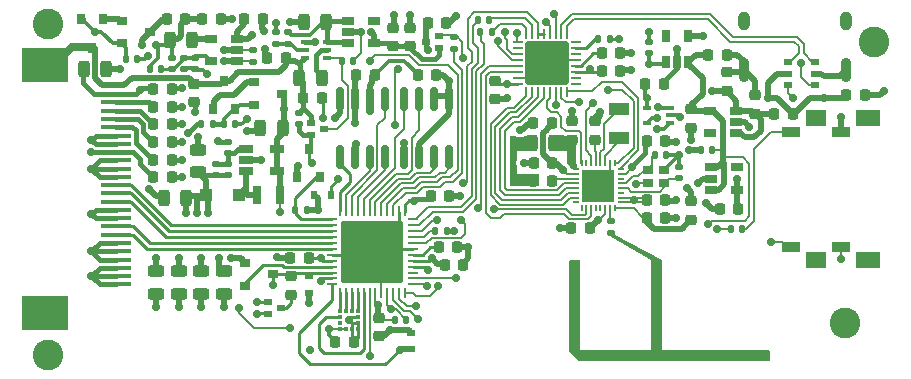
<source format=gbl>
G04 #@! TF.GenerationSoftware,KiCad,Pcbnew,8.0.1*
G04 #@! TF.CreationDate,2024-04-28T03:10:51-05:00*
G04 #@! TF.ProjectId,mini_ble,6d696e69-5f62-46c6-952e-6b696361645f,rev?*
G04 #@! TF.SameCoordinates,Original*
G04 #@! TF.FileFunction,Copper,L4,Bot*
G04 #@! TF.FilePolarity,Positive*
%FSLAX46Y46*%
G04 Gerber Fmt 4.6, Leading zero omitted, Abs format (unit mm)*
G04 Created by KiCad (PCBNEW 8.0.1) date 2024-04-28 03:10:51*
%MOMM*%
%LPD*%
G01*
G04 APERTURE LIST*
G04 Aperture macros list*
%AMRoundRect*
0 Rectangle with rounded corners*
0 $1 Rounding radius*
0 $2 $3 $4 $5 $6 $7 $8 $9 X,Y pos of 4 corners*
0 Add a 4 corners polygon primitive as box body*
4,1,4,$2,$3,$4,$5,$6,$7,$8,$9,$2,$3,0*
0 Add four circle primitives for the rounded corners*
1,1,$1+$1,$2,$3*
1,1,$1+$1,$4,$5*
1,1,$1+$1,$6,$7*
1,1,$1+$1,$8,$9*
0 Add four rect primitives between the rounded corners*
20,1,$1+$1,$2,$3,$4,$5,0*
20,1,$1+$1,$4,$5,$6,$7,0*
20,1,$1+$1,$6,$7,$8,$9,0*
20,1,$1+$1,$8,$9,$2,$3,0*%
G04 Aperture macros list end*
G04 #@! TA.AperFunction,ComponentPad*
%ADD10R,4.000000X3.000000*%
G04 #@! TD*
G04 #@! TA.AperFunction,SMDPad,CuDef*
%ADD11RoundRect,0.147500X0.147500X0.172500X-0.147500X0.172500X-0.147500X-0.172500X0.147500X-0.172500X0*%
G04 #@! TD*
G04 #@! TA.AperFunction,SMDPad,CuDef*
%ADD12RoundRect,0.147500X-0.172500X0.147500X-0.172500X-0.147500X0.172500X-0.147500X0.172500X0.147500X0*%
G04 #@! TD*
G04 #@! TA.AperFunction,SMDPad,CuDef*
%ADD13RoundRect,0.147500X-0.147500X-0.172500X0.147500X-0.172500X0.147500X0.172500X-0.147500X0.172500X0*%
G04 #@! TD*
G04 #@! TA.AperFunction,SMDPad,CuDef*
%ADD14RoundRect,0.218750X0.256250X-0.218750X0.256250X0.218750X-0.256250X0.218750X-0.256250X-0.218750X0*%
G04 #@! TD*
G04 #@! TA.AperFunction,SMDPad,CuDef*
%ADD15RoundRect,0.218750X-0.218750X-0.256250X0.218750X-0.256250X0.218750X0.256250X-0.218750X0.256250X0*%
G04 #@! TD*
G04 #@! TA.AperFunction,ComponentPad*
%ADD16R,1.700000X1.400000*%
G04 #@! TD*
G04 #@! TA.AperFunction,ComponentPad*
%ADD17R,2.050000X1.400000*%
G04 #@! TD*
G04 #@! TA.AperFunction,SMDPad,CuDef*
%ADD18R,1.600000X0.900000*%
G04 #@! TD*
G04 #@! TA.AperFunction,SMDPad,CuDef*
%ADD19R,1.100000X1.100000*%
G04 #@! TD*
G04 #@! TA.AperFunction,SMDPad,CuDef*
%ADD20R,0.900000X0.800000*%
G04 #@! TD*
G04 #@! TA.AperFunction,SMDPad,CuDef*
%ADD21R,1.800000X1.000000*%
G04 #@! TD*
G04 #@! TA.AperFunction,SMDPad,CuDef*
%ADD22R,1.060000X0.650000*%
G04 #@! TD*
G04 #@! TA.AperFunction,SMDPad,CuDef*
%ADD23RoundRect,0.062500X0.337500X-0.062500X0.337500X0.062500X-0.337500X0.062500X-0.337500X-0.062500X0*%
G04 #@! TD*
G04 #@! TA.AperFunction,SMDPad,CuDef*
%ADD24RoundRect,0.062500X0.062500X-0.337500X0.062500X0.337500X-0.062500X0.337500X-0.062500X-0.337500X0*%
G04 #@! TD*
G04 #@! TA.AperFunction,SMDPad,CuDef*
%ADD25RoundRect,0.250001X2.399999X-2.399999X2.399999X2.399999X-2.399999X2.399999X-2.399999X-2.399999X0*%
G04 #@! TD*
G04 #@! TA.AperFunction,SMDPad,CuDef*
%ADD26RoundRect,0.150000X0.150000X-0.825000X0.150000X0.825000X-0.150000X0.825000X-0.150000X-0.825000X0*%
G04 #@! TD*
G04 #@! TA.AperFunction,SMDPad,CuDef*
%ADD27R,0.650000X0.400000*%
G04 #@! TD*
G04 #@! TA.AperFunction,SMDPad,CuDef*
%ADD28R,0.700000X0.510000*%
G04 #@! TD*
G04 #@! TA.AperFunction,SMDPad,CuDef*
%ADD29RoundRect,0.218750X0.218750X0.256250X-0.218750X0.256250X-0.218750X-0.256250X0.218750X-0.256250X0*%
G04 #@! TD*
G04 #@! TA.AperFunction,SMDPad,CuDef*
%ADD30RoundRect,0.250002X1.599998X-1.599998X1.599998X1.599998X-1.599998X1.599998X-1.599998X-1.599998X0*%
G04 #@! TD*
G04 #@! TA.AperFunction,SMDPad,CuDef*
%ADD31R,1.220000X0.650000*%
G04 #@! TD*
G04 #@! TA.AperFunction,SMDPad,CuDef*
%ADD32R,0.650000X1.060000*%
G04 #@! TD*
G04 #@! TA.AperFunction,SMDPad,CuDef*
%ADD33R,0.800000X0.900000*%
G04 #@! TD*
G04 #@! TA.AperFunction,SMDPad,CuDef*
%ADD34RoundRect,0.243750X-0.243750X-0.456250X0.243750X-0.456250X0.243750X0.456250X-0.243750X0.456250X0*%
G04 #@! TD*
G04 #@! TA.AperFunction,SMDPad,CuDef*
%ADD35RoundRect,0.147500X0.172500X-0.147500X0.172500X0.147500X-0.172500X0.147500X-0.172500X-0.147500X0*%
G04 #@! TD*
G04 #@! TA.AperFunction,SMDPad,CuDef*
%ADD36RoundRect,0.243750X-0.456250X0.243750X-0.456250X-0.243750X0.456250X-0.243750X0.456250X0.243750X0*%
G04 #@! TD*
G04 #@! TA.AperFunction,SMDPad,CuDef*
%ADD37RoundRect,0.218750X-0.256250X0.218750X-0.256250X-0.218750X0.256250X-0.218750X0.256250X0.218750X0*%
G04 #@! TD*
G04 #@! TA.AperFunction,SMDPad,CuDef*
%ADD38RoundRect,0.243750X0.243750X0.456250X-0.243750X0.456250X-0.243750X-0.456250X0.243750X-0.456250X0*%
G04 #@! TD*
G04 #@! TA.AperFunction,SMDPad,CuDef*
%ADD39RoundRect,0.243750X0.456250X-0.243750X0.456250X0.243750X-0.456250X0.243750X-0.456250X-0.243750X0*%
G04 #@! TD*
G04 #@! TA.AperFunction,SMDPad,CuDef*
%ADD40R,1.325000X1.325000*%
G04 #@! TD*
G04 #@! TA.AperFunction,SMDPad,CuDef*
%ADD41O,0.600000X0.200000*%
G04 #@! TD*
G04 #@! TA.AperFunction,SMDPad,CuDef*
%ADD42R,0.600000X0.200000*%
G04 #@! TD*
G04 #@! TA.AperFunction,SMDPad,CuDef*
%ADD43O,0.200000X0.600000*%
G04 #@! TD*
G04 #@! TA.AperFunction,SMDPad,CuDef*
%ADD44R,0.200000X0.600000*%
G04 #@! TD*
G04 #@! TA.AperFunction,SMDPad,CuDef*
%ADD45R,0.320000X0.320000*%
G04 #@! TD*
G04 #@! TA.AperFunction,SMDPad,CuDef*
%ADD46R,0.660000X0.500000*%
G04 #@! TD*
G04 #@! TA.AperFunction,SMDPad,CuDef*
%ADD47R,0.700000X1.600000*%
G04 #@! TD*
G04 #@! TA.AperFunction,ComponentPad*
%ADD48C,2.600000*%
G04 #@! TD*
G04 #@! TA.AperFunction,SMDPad,CuDef*
%ADD49R,2.500000X0.400000*%
G04 #@! TD*
G04 #@! TA.AperFunction,ComponentPad*
%ADD50O,1.000000X1.600000*%
G04 #@! TD*
G04 #@! TA.AperFunction,ComponentPad*
%ADD51O,0.900000X2.100000*%
G04 #@! TD*
G04 #@! TA.AperFunction,SMDPad,CuDef*
%ADD52R,0.700000X0.600000*%
G04 #@! TD*
G04 #@! TA.AperFunction,SMDPad,CuDef*
%ADD53R,0.600000X0.700000*%
G04 #@! TD*
G04 #@! TA.AperFunction,ViaPad*
%ADD54C,0.700000*%
G04 #@! TD*
G04 #@! TA.AperFunction,Conductor*
%ADD55C,0.200000*%
G04 #@! TD*
G04 #@! TA.AperFunction,Conductor*
%ADD56C,0.250000*%
G04 #@! TD*
G04 #@! TA.AperFunction,Conductor*
%ADD57C,0.500000*%
G04 #@! TD*
G04 #@! TA.AperFunction,Conductor*
%ADD58C,0.400000*%
G04 #@! TD*
G04 #@! TA.AperFunction,Conductor*
%ADD59C,0.300000*%
G04 #@! TD*
G04 #@! TA.AperFunction,Conductor*
%ADD60C,0.700000*%
G04 #@! TD*
G04 #@! TA.AperFunction,Conductor*
%ADD61C,0.150000*%
G04 #@! TD*
G04 APERTURE END LIST*
D10*
X150800000Y-94600000D03*
X150800000Y-115600000D03*
D11*
X180365000Y-116150000D03*
X181335000Y-116150000D03*
D12*
X198700000Y-108785000D03*
X198700000Y-107815000D03*
D13*
X209785000Y-108500000D03*
X208815000Y-108500000D03*
D14*
X208500000Y-95212500D03*
X208500000Y-96787500D03*
D15*
X220187500Y-97100000D03*
X218612500Y-97100000D03*
D16*
X216075000Y-111100000D03*
X216075000Y-99100000D03*
D17*
X220425000Y-111100000D03*
X220425000Y-99100000D03*
D18*
X213950000Y-109950000D03*
X213950000Y-100250000D03*
X218200000Y-100250000D03*
X218200000Y-109950000D03*
D19*
X167200000Y-105600000D03*
X164400000Y-105600000D03*
D20*
X201800000Y-104550000D03*
X203200000Y-104550000D03*
X203200000Y-103450000D03*
X201800000Y-103450000D03*
D21*
X199400000Y-100800000D03*
X199400000Y-98300000D03*
D22*
X164800000Y-92350000D03*
X164800000Y-94250000D03*
X167000000Y-94250000D03*
X167000000Y-93300000D03*
X167000000Y-92350000D03*
D23*
X181950000Y-113150000D03*
X181950000Y-112650000D03*
X181950000Y-112150000D03*
X181950000Y-111650000D03*
X181950000Y-111150000D03*
X181950000Y-110650000D03*
X181950000Y-110150000D03*
X181950000Y-109650000D03*
X181950000Y-109150000D03*
X181950000Y-108650000D03*
X181950000Y-108150000D03*
X181950000Y-107650000D03*
D24*
X181250000Y-106950000D03*
X180750000Y-106950000D03*
X180250000Y-106950000D03*
X179750000Y-106950000D03*
X179250000Y-106950000D03*
X178750000Y-106950000D03*
X178250000Y-106950000D03*
X177750000Y-106950000D03*
X177250000Y-106950000D03*
X176750000Y-106950000D03*
X176250000Y-106950000D03*
X175750000Y-106950000D03*
D23*
X175050000Y-107650000D03*
X175050000Y-108150000D03*
X175050000Y-108650000D03*
X175050000Y-109150000D03*
X175050000Y-109650000D03*
X175050000Y-110150000D03*
X175050000Y-110650000D03*
X175050000Y-111150000D03*
X175050000Y-111650000D03*
X175050000Y-112150000D03*
X175050000Y-112650000D03*
X175050000Y-113150000D03*
D24*
X175750000Y-113850000D03*
X176250000Y-113850000D03*
X176750000Y-113850000D03*
X177250000Y-113850000D03*
X177750000Y-113850000D03*
X178250000Y-113850000D03*
X178750000Y-113850000D03*
X179250000Y-113850000D03*
X179750000Y-113850000D03*
X180250000Y-113850000D03*
X180750000Y-113850000D03*
X181250000Y-113850000D03*
D25*
X178500000Y-110400000D03*
D26*
X185005000Y-97425000D03*
X183735000Y-97425000D03*
X182465000Y-97425000D03*
X181195000Y-97425000D03*
X181195000Y-102375000D03*
X182465000Y-102375000D03*
X183735000Y-102375000D03*
X185005000Y-102375000D03*
D27*
X201750000Y-98200000D03*
X201750000Y-99500000D03*
X203650000Y-98850000D03*
X203650000Y-99500000D03*
X203650000Y-98200000D03*
D26*
X179555000Y-97425000D03*
X178285000Y-97425000D03*
X177015000Y-97425000D03*
X175745000Y-97425000D03*
X175745000Y-102375000D03*
X177015000Y-102375000D03*
X178285000Y-102375000D03*
X179555000Y-102375000D03*
D28*
X213640000Y-94350000D03*
X213640000Y-95300000D03*
X213640000Y-96250000D03*
X215960000Y-96250000D03*
X215960000Y-95300000D03*
X215960000Y-94350000D03*
D29*
X212512500Y-98700000D03*
X214087500Y-98700000D03*
D14*
X205500000Y-106112500D03*
X205500000Y-107687500D03*
D23*
X195700000Y-96150000D03*
X195700000Y-95650000D03*
X195700000Y-95150000D03*
X195700000Y-94650000D03*
X195700000Y-94150000D03*
X195700000Y-93650000D03*
X195700000Y-93150000D03*
X195700000Y-92650000D03*
D24*
X195000000Y-91950000D03*
X194500000Y-91950000D03*
X194000000Y-91950000D03*
X193500000Y-91950000D03*
X193000000Y-91950000D03*
X192500000Y-91950000D03*
X192000000Y-91950000D03*
X191500000Y-91950000D03*
D23*
X190800000Y-92650000D03*
X190800000Y-93150000D03*
X190800000Y-93650000D03*
X190800000Y-94150000D03*
X190800000Y-94650000D03*
X190800000Y-95150000D03*
X190800000Y-95650000D03*
X190800000Y-96150000D03*
D24*
X191500000Y-96850000D03*
X192000000Y-96850000D03*
X192500000Y-96850000D03*
X193000000Y-96850000D03*
X193500000Y-96850000D03*
X194000000Y-96850000D03*
X194500000Y-96850000D03*
X195000000Y-96850000D03*
D30*
X193250000Y-94400000D03*
D22*
X178600000Y-92750000D03*
X178600000Y-90850000D03*
X176400000Y-90850000D03*
X176400000Y-91800000D03*
X176400000Y-92750000D03*
D31*
X170410000Y-103550000D03*
X170410000Y-101650000D03*
X167790000Y-101650000D03*
X167790000Y-102600000D03*
X167790000Y-103550000D03*
D22*
X209400000Y-105150000D03*
X209400000Y-103250000D03*
X207200000Y-103250000D03*
X207200000Y-104200000D03*
X207200000Y-105150000D03*
D27*
X174650000Y-93950000D03*
X174650000Y-92650000D03*
X172750000Y-93300000D03*
X174650000Y-93300000D03*
X172750000Y-92650000D03*
X172750000Y-93950000D03*
D22*
X207100000Y-98450000D03*
X207100000Y-100350000D03*
X209300000Y-100350000D03*
X209300000Y-99400000D03*
X209300000Y-98450000D03*
D32*
X205250000Y-92100000D03*
X203350000Y-92100000D03*
X203350000Y-94300000D03*
X204300000Y-94300000D03*
X205250000Y-94300000D03*
D33*
X154750000Y-93100000D03*
X155700000Y-90700000D03*
X153800000Y-90700000D03*
X165950000Y-95900000D03*
X165000000Y-98300000D03*
X166900000Y-98300000D03*
D20*
X170100000Y-112300000D03*
X167700000Y-111350000D03*
X167700000Y-113250000D03*
X159650000Y-91800000D03*
X157250000Y-90850000D03*
X157250000Y-92750000D03*
D33*
X173100000Y-101700000D03*
X172150000Y-104100000D03*
X174050000Y-104100000D03*
D20*
X170850000Y-97000000D03*
X168450000Y-96050000D03*
X168450000Y-97950000D03*
D34*
X163237500Y-92450000D03*
X161362500Y-92450000D03*
X193887500Y-101200000D03*
X192012500Y-101200000D03*
D29*
X192112500Y-104400000D03*
X193687500Y-104400000D03*
D34*
X174187500Y-95700000D03*
X172312500Y-95700000D03*
D35*
X170350000Y-91815000D03*
X170350000Y-92785000D03*
D11*
X206300000Y-101800000D03*
X207270000Y-101800000D03*
D12*
X201900000Y-93585000D03*
X201900000Y-92615000D03*
D13*
X188385000Y-90800000D03*
X187415000Y-90800000D03*
X184785000Y-108600000D03*
X183815000Y-108600000D03*
D14*
X171600000Y-112462500D03*
X171600000Y-114037500D03*
D35*
X185400000Y-92215000D03*
X185400000Y-93185000D03*
D11*
X165915000Y-99600000D03*
X166885000Y-99600000D03*
D15*
X161487500Y-102600000D03*
X159912500Y-102600000D03*
D11*
X197615000Y-92400000D03*
X198585000Y-92400000D03*
X157615000Y-94100000D03*
X158585000Y-94100000D03*
D13*
X188585000Y-91800000D03*
X187615000Y-91800000D03*
D12*
X171350000Y-92785000D03*
X171350000Y-91815000D03*
D11*
X175915000Y-94200000D03*
X176885000Y-94200000D03*
D29*
X161062500Y-90700000D03*
X162637500Y-90700000D03*
D35*
X162550000Y-93965000D03*
X162550000Y-94935000D03*
X161550000Y-93965000D03*
X161550000Y-94935000D03*
X166250000Y-101065000D03*
X166250000Y-102035000D03*
X166250000Y-102965000D03*
X166250000Y-103935000D03*
D11*
X171965000Y-106850000D03*
X172935000Y-106850000D03*
D12*
X172250000Y-99585000D03*
X172250000Y-98615000D03*
D11*
X164015000Y-99600000D03*
X164985000Y-99600000D03*
D12*
X168400000Y-94285000D03*
X168400000Y-93315000D03*
D34*
X155937500Y-94900000D03*
X154062500Y-94900000D03*
D36*
X165900000Y-113937500D03*
X165900000Y-112062500D03*
X164000000Y-113937500D03*
X164000000Y-112062500D03*
X162100000Y-113937500D03*
X162100000Y-112062500D03*
X160200000Y-113937500D03*
X160200000Y-112062500D03*
D11*
X159665000Y-94900000D03*
X160635000Y-94900000D03*
D35*
X163500000Y-93965000D03*
X163500000Y-94935000D03*
D15*
X165637500Y-90700000D03*
X164062500Y-90700000D03*
D37*
X179050000Y-117537500D03*
X179050000Y-115962500D03*
D15*
X185687500Y-110000000D03*
X184112500Y-110000000D03*
X186187500Y-111500000D03*
X184612500Y-111500000D03*
D29*
X171512500Y-110900000D03*
X173087500Y-110900000D03*
D15*
X184987500Y-105700000D03*
X183412500Y-105700000D03*
D29*
X182312500Y-95400000D03*
X183887500Y-95400000D03*
D15*
X184737500Y-91000000D03*
X183162500Y-91000000D03*
D14*
X181700000Y-91412500D03*
X181700000Y-92987500D03*
D15*
X176937500Y-118000000D03*
X175362500Y-118000000D03*
D38*
X160862500Y-105800000D03*
X162737500Y-105800000D03*
D15*
X178687500Y-95400000D03*
X177112500Y-95400000D03*
X161487500Y-96600000D03*
X159912500Y-96600000D03*
X161487500Y-98100000D03*
X159912500Y-98100000D03*
X161487500Y-99600000D03*
X159912500Y-99600000D03*
X161487500Y-101100000D03*
X159912500Y-101100000D03*
X161487500Y-104100000D03*
X159912500Y-104100000D03*
X203187500Y-96200000D03*
X201612500Y-96200000D03*
D14*
X210900000Y-97112500D03*
X210900000Y-98687500D03*
D15*
X169187500Y-90700000D03*
X167612500Y-90700000D03*
D37*
X195400000Y-100937500D03*
X195400000Y-99362500D03*
D14*
X197300000Y-99362500D03*
X197300000Y-100937500D03*
D29*
X192112500Y-99500000D03*
X193687500Y-99500000D03*
X192162500Y-102900000D03*
X193737500Y-102900000D03*
D15*
X203287500Y-101000000D03*
X201712500Y-101000000D03*
X203287500Y-107550000D03*
X201712500Y-107550000D03*
D35*
X204450000Y-103215000D03*
X204450000Y-104185000D03*
D11*
X202415000Y-102200000D03*
X203385000Y-102200000D03*
D29*
X195312500Y-108400000D03*
X196887500Y-108400000D03*
D15*
X203287500Y-106050000D03*
X201712500Y-106050000D03*
D37*
X188900000Y-97487500D03*
X188900000Y-95912500D03*
D15*
X199487500Y-93600000D03*
X197912500Y-93600000D03*
X199487500Y-95100000D03*
X197912500Y-95100000D03*
X174187500Y-97400000D03*
X172612500Y-97400000D03*
D39*
X163750000Y-101762500D03*
X163750000Y-103637500D03*
D14*
X180200000Y-91412500D03*
X180200000Y-92987500D03*
D29*
X207912500Y-106800000D03*
X209487500Y-106800000D03*
D35*
X165250000Y-102965000D03*
X165250000Y-103935000D03*
D38*
X172662500Y-90950000D03*
X174537500Y-90950000D03*
D37*
X205500000Y-99887500D03*
X205500000Y-98312500D03*
D38*
X169012500Y-99900000D03*
X170887500Y-99900000D03*
D29*
X169562500Y-94000000D03*
X171137500Y-94000000D03*
D37*
X163400000Y-97737500D03*
X163400000Y-96162500D03*
D15*
X208487500Y-93700000D03*
X206912500Y-93700000D03*
D40*
X198262500Y-105462500D03*
X196937500Y-105462500D03*
X198262500Y-104137500D03*
X196937500Y-104137500D03*
D41*
X199500000Y-106200000D03*
D42*
X199500000Y-105800000D03*
X199500000Y-105400000D03*
X199500000Y-105000000D03*
X199500000Y-104600000D03*
X199500000Y-104200000D03*
X199500000Y-103800000D03*
D41*
X199500000Y-103400000D03*
D43*
X199000000Y-102900000D03*
D44*
X198600000Y-102900000D03*
X198200000Y-102900000D03*
X197800000Y-102900000D03*
X197400000Y-102900000D03*
X197000000Y-102900000D03*
X196600000Y-102900000D03*
D43*
X196200000Y-102900000D03*
D41*
X195700000Y-103400000D03*
D42*
X195700000Y-103800000D03*
X195700000Y-104200000D03*
X195700000Y-104600000D03*
X195700000Y-105000000D03*
X195700000Y-105400000D03*
X195700000Y-105800000D03*
D41*
X195700000Y-106200000D03*
D43*
X196200000Y-106700000D03*
D44*
X196600000Y-106700000D03*
X197000000Y-106700000D03*
X197400000Y-106700000D03*
X197800000Y-106700000D03*
X198200000Y-106700000D03*
X198600000Y-106700000D03*
D43*
X199000000Y-106700000D03*
D45*
X176250000Y-115450000D03*
X176750000Y-115450000D03*
X177250000Y-115450000D03*
X177250000Y-115950000D03*
X177250000Y-116450000D03*
X177250000Y-116950000D03*
X176750000Y-116950000D03*
X176250000Y-116950000D03*
X175750000Y-116950000D03*
X175750000Y-116450000D03*
X175750000Y-115950000D03*
X175750000Y-115450000D03*
D46*
X173280000Y-99500000D03*
X173280000Y-100500000D03*
X174420000Y-100000000D03*
X184170000Y-93100000D03*
X184170000Y-92100000D03*
X183030000Y-92600000D03*
D47*
X168750000Y-105600000D03*
X170650000Y-105600000D03*
D46*
X169630000Y-114650000D03*
X169630000Y-115650000D03*
X170770000Y-115150000D03*
D48*
X218500000Y-116400000D03*
X221000000Y-92600000D03*
X151000000Y-119100000D03*
X151000000Y-91100000D03*
D49*
X156800000Y-113150000D03*
X156800000Y-112450000D03*
X156800000Y-111750000D03*
X156800000Y-111050000D03*
X156800000Y-110350000D03*
X156800000Y-109650000D03*
X156800000Y-108950000D03*
X156800000Y-108250000D03*
X156800000Y-107550000D03*
X156800000Y-106850000D03*
X156800000Y-106150000D03*
X156800000Y-105450000D03*
X156800000Y-104750000D03*
X156800000Y-104050000D03*
X156800000Y-103350000D03*
X156800000Y-102650000D03*
X156800000Y-101950000D03*
X156800000Y-101250000D03*
X156800000Y-100550000D03*
X156800000Y-99850000D03*
X156800000Y-99150000D03*
X156800000Y-98450000D03*
X156800000Y-97750000D03*
X156800000Y-97050000D03*
D50*
X218620000Y-90830000D03*
X209980000Y-90830000D03*
D51*
X218620000Y-95010000D03*
X209980000Y-95010000D03*
D52*
X181800000Y-118650000D03*
X181800000Y-117250000D03*
X173100000Y-113850000D03*
X173100000Y-112450000D03*
D53*
X173550000Y-105550000D03*
X174950000Y-105550000D03*
D54*
X176500000Y-116200000D03*
X177500000Y-91800000D03*
X154700000Y-112450000D03*
X154700000Y-110350000D03*
X154700000Y-107200000D03*
X154700000Y-103350000D03*
X154700000Y-100900000D03*
X163500000Y-98600000D03*
X162400000Y-96500000D03*
X165900000Y-93300000D03*
X173650000Y-92650000D03*
X169300000Y-91700000D03*
X169400000Y-93200000D03*
X160200000Y-115100000D03*
X162100000Y-115100000D03*
X164000000Y-115100000D03*
X165900000Y-115100000D03*
X157100000Y-94900000D03*
X159600000Y-105100000D03*
X172200000Y-103100000D03*
X169100000Y-102600000D03*
X178300000Y-98500000D03*
X181200000Y-101200000D03*
X180300000Y-90350000D03*
X181700000Y-90350000D03*
X185600000Y-90399990D03*
X166500000Y-110900000D03*
X170450000Y-110800000D03*
X180431250Y-108468750D03*
X179143750Y-108468750D03*
X177856250Y-108468750D03*
X176568750Y-108468750D03*
X176568750Y-109756250D03*
X177856250Y-109756250D03*
X179143750Y-109756250D03*
X180431250Y-109756250D03*
X176568750Y-111043750D03*
X177856250Y-111043750D03*
X179143750Y-111043750D03*
X180431250Y-111043750D03*
X180431250Y-112331250D03*
X179143750Y-112331250D03*
X177856250Y-112331250D03*
X176568750Y-112331250D03*
X173200000Y-118700000D03*
X189900000Y-97400000D03*
X200400000Y-93600000D03*
X200400000Y-95000000D03*
X204200000Y-107500000D03*
X204450000Y-102200000D03*
X191300000Y-102850000D03*
X204200000Y-101100000D03*
X200800000Y-104650000D03*
X195400000Y-98500000D03*
X191000000Y-100050000D03*
X192387500Y-95262500D03*
X194112500Y-95262500D03*
X192387500Y-93537500D03*
X194112500Y-93537500D03*
X193300000Y-94400000D03*
X185900000Y-105700000D03*
X186600000Y-110000000D03*
X197800000Y-98600000D03*
X204200000Y-106049990D03*
X167873976Y-100200000D03*
X195650000Y-111550000D03*
X194400000Y-108400000D03*
X196650000Y-105750000D03*
X197600000Y-105750000D03*
X198550000Y-105750000D03*
X197600000Y-104800000D03*
X196650000Y-104800000D03*
X198550000Y-104800000D03*
X197600000Y-103850000D03*
X196650000Y-103850000D03*
X198550000Y-103850000D03*
X210400000Y-99800000D03*
X205499101Y-100899453D03*
X205300000Y-101800000D03*
X221799972Y-96800000D03*
X201900000Y-91800000D03*
X204300000Y-93200000D03*
X202600000Y-100000000D03*
X206050000Y-104600000D03*
X206700000Y-106250000D03*
X171549998Y-90950000D03*
X170350000Y-91000000D03*
X166600000Y-90700000D03*
X162400000Y-98100000D03*
X162400000Y-99600000D03*
X162400000Y-101100000D03*
X162400000Y-102600000D03*
X162400000Y-104100000D03*
X165400000Y-101050000D03*
X163750000Y-100650000D03*
X162900000Y-100350000D03*
X159500036Y-93800000D03*
X180000000Y-117000000D03*
X173100000Y-114750000D03*
X173850000Y-106850000D03*
X168300000Y-92000000D03*
X207250000Y-96800000D03*
X174850000Y-116950000D03*
X178400000Y-91800000D03*
X189900000Y-96150000D03*
X154700000Y-101950000D03*
X185000000Y-95900000D03*
X174100000Y-110900000D03*
X177000000Y-99450000D03*
X177100000Y-101300000D03*
X182000000Y-106100000D03*
X196900000Y-94900000D03*
X200500000Y-103250000D03*
X194650000Y-103500000D03*
X185400000Y-108600000D03*
X183500000Y-110900000D03*
X201700000Y-97400000D03*
X175300000Y-99100000D03*
X209400000Y-104250000D03*
X168750010Y-114650000D03*
X179000000Y-114900026D03*
X199400000Y-92400000D03*
X186200000Y-94000000D03*
X168749990Y-115700000D03*
X197600000Y-107700000D03*
X200600000Y-106000000D03*
X195400000Y-102200000D03*
X205150000Y-105000000D03*
X216700000Y-97350000D03*
X212000000Y-97399996D03*
X196000000Y-97700000D03*
X202700000Y-98100000D03*
X190700000Y-91900000D03*
X198400000Y-96700000D03*
X197200000Y-97800000D03*
X202600000Y-99100000D03*
X183200000Y-93300000D03*
X178250000Y-94250000D03*
X180400000Y-99700000D03*
X180700000Y-94899968D03*
X174100000Y-112900000D03*
X175600000Y-104250000D03*
X180800000Y-118700000D03*
X160200000Y-110900000D03*
X162100000Y-110900000D03*
X164000000Y-110900000D03*
X158800000Y-96700000D03*
X165500000Y-110900000D03*
X162750000Y-107100000D03*
X163650000Y-107100000D03*
X164550000Y-107100000D03*
X187400000Y-106700000D03*
X188800000Y-106800000D03*
X170100000Y-113200000D03*
X180100000Y-115250000D03*
X184000000Y-107700000D03*
X218200000Y-99000000D03*
X185599996Y-112599990D03*
X218200000Y-110999986D03*
X214100000Y-97400010D03*
X214800000Y-94400000D03*
X173350000Y-102900000D03*
X207700000Y-108500000D03*
X206900000Y-108000000D03*
X182200000Y-115000000D03*
X171000000Y-98300000D03*
X170650000Y-107000000D03*
X206500000Y-92100000D03*
X182350000Y-116100000D03*
X186000000Y-107700000D03*
X212199988Y-109599988D03*
X174300000Y-99100000D03*
X160200000Y-92900000D03*
X189124272Y-92575728D03*
X164500000Y-95300000D03*
X194000000Y-97950000D03*
X159000000Y-92900000D03*
X189700000Y-91800000D03*
X155000000Y-91800000D03*
X193900000Y-90300000D03*
X165900000Y-94250000D03*
X193150000Y-90900000D03*
X167850000Y-99149996D03*
X178250000Y-119200000D03*
X171500000Y-116850000D03*
X167200000Y-115150000D03*
X201900000Y-94500000D03*
X184050000Y-113250000D03*
X186200000Y-104600000D03*
X183200000Y-111900000D03*
X204500000Y-99000000D03*
X183129709Y-113249990D03*
D55*
X194725000Y-94150000D02*
X194112500Y-93537500D01*
X192000000Y-95650000D02*
X192387500Y-95262500D01*
D56*
X180075000Y-109550000D02*
X180468750Y-109943750D01*
X177250000Y-116450000D02*
X177250000Y-116950000D01*
X177250000Y-116950000D02*
X177250000Y-117650000D01*
X177250000Y-117650000D02*
X176900000Y-118000000D01*
X176750000Y-116950000D02*
X176750000Y-117850000D01*
X176750000Y-117850000D02*
X176900000Y-118000000D01*
X177250000Y-116450000D02*
X176750000Y-116450000D01*
X176750000Y-116450000D02*
X176500000Y-116200000D01*
X176750000Y-116950000D02*
X176750000Y-116450000D01*
X176750000Y-115950000D02*
X176500000Y-116200000D01*
X176750000Y-115950000D02*
X177250000Y-115950000D01*
X176750000Y-116450000D02*
X176500000Y-116200000D01*
X179000000Y-109550000D02*
X180075000Y-109550000D01*
D55*
X177500000Y-91800000D02*
X177500000Y-93550000D01*
D57*
X176400000Y-91800000D02*
X177500000Y-91800000D01*
D55*
X177500000Y-93550000D02*
X176850000Y-94200000D01*
X195650000Y-94150000D02*
X194725000Y-94150000D01*
X190850000Y-95650000D02*
X192000000Y-95650000D01*
D58*
X156800000Y-113150000D02*
X155400000Y-113150000D01*
X155400000Y-113150000D02*
X154700000Y-112450000D01*
X156800000Y-111750000D02*
X155400000Y-111750000D01*
X154700000Y-112450000D02*
X156800000Y-112450000D01*
X155400000Y-111750000D02*
X154700000Y-112450000D01*
X156800000Y-111050000D02*
X155400000Y-111050000D01*
X155400000Y-111050000D02*
X154700000Y-110350000D01*
X156800000Y-109650000D02*
X155400000Y-109650000D01*
X154700000Y-110350000D02*
X156800000Y-110350000D01*
X155400000Y-109650000D02*
X154700000Y-110350000D01*
X156800000Y-107550000D02*
X155050000Y-107550000D01*
X155050000Y-106850000D02*
X154700000Y-107200000D01*
X155050000Y-106850000D02*
X156800000Y-106850000D01*
X155050000Y-107550000D02*
X154700000Y-107200000D01*
X156800000Y-104050000D02*
X155400000Y-104050000D01*
X155400000Y-104050000D02*
X154700000Y-103350000D01*
X156800000Y-102650000D02*
X155400000Y-102650000D01*
X154700000Y-103350000D02*
X156800000Y-103350000D01*
X155400000Y-102650000D02*
X154700000Y-103350000D01*
X156800000Y-101250000D02*
X155050000Y-101250000D01*
X155050000Y-100550000D02*
X154700000Y-100900000D01*
X155050000Y-100550000D02*
X156800000Y-100550000D01*
X155050000Y-101250000D02*
X154700000Y-100900000D01*
X163500000Y-97650000D02*
X163500000Y-98600000D01*
X161450000Y-96500000D02*
X162400000Y-96500000D01*
D57*
X167000000Y-93300000D02*
X165900000Y-93300000D01*
D58*
X172750000Y-92650000D02*
X173650000Y-92650000D01*
D57*
X169150000Y-90700000D02*
X169150000Y-91550000D01*
X169150000Y-91550000D02*
X169300000Y-91700000D01*
D55*
X168350000Y-93300000D02*
X168400000Y-93350000D01*
X167000000Y-93300000D02*
X168350000Y-93300000D01*
D57*
X169650000Y-94200000D02*
X169650000Y-93950000D01*
X169650000Y-93950000D02*
X169400000Y-93700000D01*
X169400000Y-93700000D02*
X169400000Y-93200000D01*
X160200000Y-114000000D02*
X160200000Y-115100000D01*
X162100000Y-114000000D02*
X162100000Y-115100000D01*
X164000000Y-114000000D02*
X164000000Y-115100000D01*
X165900000Y-114000000D02*
X165900000Y-115100000D01*
X156000000Y-94900000D02*
X157100000Y-94900000D01*
X160800000Y-105700000D02*
X160200000Y-105700000D01*
X160200000Y-105700000D02*
X159600000Y-105100000D01*
X172150000Y-104100000D02*
X172150000Y-103150000D01*
X172150000Y-103150000D02*
X172200000Y-103100000D01*
X167790000Y-102600000D02*
X169100000Y-102600000D01*
X178285000Y-97200000D02*
X178285000Y-96315000D01*
X178285000Y-96315000D02*
X178500000Y-96100000D01*
X178500000Y-95550000D02*
X178650000Y-95400000D01*
X178500000Y-96100000D02*
X178500000Y-95550000D01*
X178285000Y-97200000D02*
X178285000Y-98485000D01*
X178285000Y-98485000D02*
X178300000Y-98500000D01*
X181195000Y-102600000D02*
X181195000Y-101205000D01*
X181195000Y-101205000D02*
X181200000Y-101200000D01*
X180300000Y-91450000D02*
X180300000Y-90350000D01*
X181700000Y-91450000D02*
X181700000Y-90350000D01*
D59*
X182350000Y-95350000D02*
X182350000Y-95400000D01*
X181200000Y-94200000D02*
X182350000Y-95350000D01*
X179875000Y-94200000D02*
X181200000Y-94200000D01*
X178650000Y-95400000D02*
X178675000Y-95400000D01*
X178675000Y-95400000D02*
X179875000Y-94200000D01*
D57*
X167400000Y-110900000D02*
X166500000Y-110900000D01*
X167550000Y-111050000D02*
X167400000Y-110900000D01*
X167250000Y-110900000D02*
X167700000Y-111350000D01*
X166500000Y-110900000D02*
X167250000Y-110900000D01*
X171550000Y-110900000D02*
X170550000Y-110900000D01*
X170550000Y-110900000D02*
X170450000Y-110800000D01*
D56*
X178150000Y-111550000D02*
X179000000Y-111550000D01*
X180750000Y-109437500D02*
X180431250Y-109756250D01*
X180750000Y-107000000D02*
X180750000Y-109437500D01*
X179537500Y-110150000D02*
X179143750Y-109756250D01*
X181900000Y-110150000D02*
X179537500Y-110150000D01*
X178250000Y-110650000D02*
X179143750Y-109756250D01*
X175100000Y-110650000D02*
X178250000Y-110650000D01*
D55*
X179250000Y-112437500D02*
X179143750Y-112331250D01*
X179250000Y-113800000D02*
X179250000Y-112437500D01*
D57*
X188900000Y-97450000D02*
X189850000Y-97450000D01*
X189850000Y-97450000D02*
X189900000Y-97400000D01*
X199450000Y-93600000D02*
X200400000Y-93600000D01*
X199450000Y-95000000D02*
X200400000Y-95000000D01*
X197800000Y-98900000D02*
X197800000Y-98600000D01*
X197300000Y-99100000D02*
X197800000Y-98600000D01*
X197800000Y-98900000D02*
X197300000Y-99400000D01*
D55*
X198600000Y-103800000D02*
X198262500Y-104137500D01*
D57*
X203250000Y-107500000D02*
X204200000Y-107500000D01*
X192200000Y-102850000D02*
X191300000Y-102850000D01*
D59*
X204450000Y-102200000D02*
X203450000Y-102200000D01*
X204450000Y-103150000D02*
X204450000Y-102200000D01*
X203200000Y-103450000D02*
X204450000Y-102200000D01*
D57*
X195400000Y-99400000D02*
X195400000Y-98500000D01*
D55*
X201800000Y-104550000D02*
X200900000Y-104550000D01*
X200900000Y-104550000D02*
X200800000Y-104650000D01*
D57*
X203250000Y-101100000D02*
X204200000Y-101100000D01*
D55*
X198600000Y-102900000D02*
X198600000Y-103800000D01*
X194112500Y-93537500D02*
X194112500Y-93587500D01*
X194112500Y-93587500D02*
X193300000Y-94400000D01*
D57*
X184950000Y-105700000D02*
X185900000Y-105700000D01*
X185650000Y-110000000D02*
X186600000Y-110000000D01*
X186600000Y-110950000D02*
X186150000Y-111400000D01*
X186600000Y-110000000D02*
X186600000Y-110950000D01*
X204150000Y-106100000D02*
X204200000Y-106050000D01*
X204200000Y-106050000D02*
X204200000Y-106049990D01*
X203250000Y-106100000D02*
X204150000Y-106100000D01*
X168700000Y-100200000D02*
X168368950Y-100200000D01*
X168368950Y-100200000D02*
X167873976Y-100200000D01*
X169000000Y-99900000D02*
X168700000Y-100200000D01*
X195350000Y-108400000D02*
X194400000Y-108400000D01*
X215960000Y-95300000D02*
X216500000Y-95300000D01*
X216500000Y-95300000D02*
X216750000Y-95550000D01*
X218080000Y-95550000D02*
X218620000Y-95010000D01*
X216750000Y-95550000D02*
X218080000Y-95550000D01*
D56*
X196937500Y-105462500D02*
X196650000Y-105750000D01*
X196650000Y-105750000D02*
X197600000Y-105750000D01*
X197600000Y-105750000D02*
X198550000Y-105750000D01*
X197600000Y-105750000D02*
X197600000Y-104800000D01*
X197600000Y-104800000D02*
X196650000Y-104800000D01*
X197600000Y-104800000D02*
X198550000Y-104800000D01*
X197600000Y-104800000D02*
X197600000Y-103850000D01*
X196650000Y-104800000D02*
X196650000Y-103850000D01*
X198550000Y-104800000D02*
X198550000Y-103850000D01*
D57*
X184999990Y-91000000D02*
X185600000Y-90399990D01*
X184600000Y-91000000D02*
X184999990Y-91000000D01*
X209300000Y-99400000D02*
X210000000Y-99400000D01*
X210000000Y-99400000D02*
X210400000Y-99800000D01*
X210900000Y-95930000D02*
X209980000Y-95010000D01*
X210900000Y-97112500D02*
X210900000Y-95930000D01*
X209777500Y-95212500D02*
X209980000Y-95010000D01*
X208500000Y-95212500D02*
X209777500Y-95212500D01*
X205500000Y-99887500D02*
X205500000Y-100898554D01*
X205500000Y-100898554D02*
X205499101Y-100899453D01*
X206300000Y-101800000D02*
X205300000Y-101800000D01*
X220187500Y-97100000D02*
X221499972Y-97100000D01*
X221499972Y-97100000D02*
X221799972Y-96800000D01*
D59*
X201900000Y-92615000D02*
X201900000Y-91800000D01*
D57*
X204300000Y-94300000D02*
X204300000Y-93200000D01*
D59*
X203650000Y-99500000D02*
X203150000Y-100000000D01*
X203150000Y-100000000D02*
X202600000Y-100000000D01*
D58*
X204300000Y-94835002D02*
X204300000Y-94300000D01*
X203200000Y-95935002D02*
X204300000Y-94835002D01*
X203187500Y-96200000D02*
X203200000Y-96187500D01*
X203200000Y-96187500D02*
X203200000Y-95935002D01*
D57*
X208487500Y-93700000D02*
X209400000Y-93700000D01*
X209980000Y-94280000D02*
X209980000Y-95010000D01*
X209400000Y-93700000D02*
X209980000Y-94280000D01*
X191200000Y-100050000D02*
X191000000Y-100050000D01*
X192150000Y-99600000D02*
X191650000Y-99600000D01*
X191650000Y-99600000D02*
X191200000Y-100050000D01*
X207200000Y-104200000D02*
X206574998Y-104200000D01*
X206574998Y-104200000D02*
X206450000Y-104200000D01*
X206450000Y-104200000D02*
X206050000Y-104600000D01*
X207912500Y-106800000D02*
X207250000Y-106800000D01*
X207250000Y-106800000D02*
X206700000Y-106250000D01*
X172662500Y-90950000D02*
X171994974Y-90950001D01*
X171994974Y-90950001D02*
X171549999Y-90950001D01*
X171549999Y-90950001D02*
X171549998Y-90950000D01*
X172499999Y-90950001D02*
X171994974Y-90950001D01*
X172500000Y-90950000D02*
X172499999Y-90950001D01*
D59*
X170350000Y-91815000D02*
X170350000Y-91000000D01*
D57*
X165537500Y-90700000D02*
X166600000Y-90700000D01*
D58*
X161487500Y-98100000D02*
X162400000Y-98100000D01*
X161487500Y-99600000D02*
X162400000Y-99600000D01*
X161487500Y-101100000D02*
X162400000Y-101100000D01*
X161487500Y-102600000D02*
X162400000Y-102600000D01*
X161487500Y-104100000D02*
X162400000Y-104100000D01*
X166250000Y-101065000D02*
X165415000Y-101065000D01*
X165415000Y-101065000D02*
X165400000Y-101050000D01*
D57*
X163750000Y-101762500D02*
X163750000Y-100650000D01*
D58*
X164015000Y-99600000D02*
X163650000Y-99600000D01*
X163650000Y-99600000D02*
X162900000Y-100350000D01*
D59*
X159500000Y-93800000D02*
X159500036Y-93800000D01*
X159200000Y-94100000D02*
X159500000Y-93800000D01*
X158550000Y-94100000D02*
X159200000Y-94100000D01*
D57*
X178950000Y-117550000D02*
X179450000Y-117550000D01*
D55*
X180900000Y-117062500D02*
X180062500Y-117062500D01*
X180062500Y-117062500D02*
X180000000Y-117000000D01*
D57*
X179450000Y-117550000D02*
X180000000Y-117000000D01*
X181550000Y-117000000D02*
X181800000Y-117250000D01*
X180000000Y-117000000D02*
X181550000Y-117000000D01*
X173100000Y-113850000D02*
X173100000Y-114750000D01*
X172935000Y-106850000D02*
X173850000Y-106850000D01*
X173850000Y-105850000D02*
X173550000Y-105550000D01*
X173850000Y-106850000D02*
X173850000Y-105850000D01*
D60*
X152200000Y-94100000D02*
X151050000Y-94100000D01*
D57*
X172650000Y-96000000D02*
X172350000Y-95700000D01*
X172650000Y-97400000D02*
X172650000Y-96000000D01*
D58*
X172750000Y-93950000D02*
X172350000Y-94350000D01*
D57*
X172200000Y-94450000D02*
X172350000Y-94450000D01*
X171950000Y-94200000D02*
X172200000Y-94450000D01*
X171050000Y-94200000D02*
X171950000Y-94200000D01*
D58*
X172350000Y-94350000D02*
X172350000Y-94450000D01*
X172350000Y-94450000D02*
X172350000Y-95700000D01*
X172612500Y-98252500D02*
X172250000Y-98615000D01*
X172612500Y-97400000D02*
X172612500Y-98252500D01*
X173260000Y-98900000D02*
X172612500Y-98252500D01*
X173280000Y-99500000D02*
X173280000Y-98920000D01*
X173280000Y-98920000D02*
X173260000Y-98900000D01*
D57*
X171150000Y-94550000D02*
X171150000Y-94200000D01*
X170550000Y-95150000D02*
X171150000Y-94550000D01*
X167150000Y-95150000D02*
X170550000Y-95150000D01*
X166000000Y-95900000D02*
X166400000Y-95900000D01*
X166400000Y-95900000D02*
X167150000Y-95150000D01*
D60*
X153050000Y-93050000D02*
X152100000Y-94000000D01*
X154750000Y-93050000D02*
X153050000Y-93050000D01*
D57*
X165687500Y-96162500D02*
X165950000Y-95900000D01*
X163500000Y-96162500D02*
X165687500Y-96162500D01*
X162950000Y-95650000D02*
X163500000Y-96200000D01*
X158150000Y-95650000D02*
X162950000Y-95650000D01*
X157500000Y-96300000D02*
X158150000Y-95650000D01*
X155600000Y-96300000D02*
X157500000Y-96300000D01*
X155000000Y-93100000D02*
X155000000Y-95700000D01*
X155000000Y-95700000D02*
X155600000Y-96300000D01*
X167950000Y-92350000D02*
X168300000Y-92000000D01*
X167950000Y-92350000D02*
X167000000Y-92350000D01*
X167000000Y-92350000D02*
X167000000Y-91800000D01*
X167000000Y-91800000D02*
X167650000Y-91150000D01*
X167650000Y-91150000D02*
X167650000Y-90700000D01*
X210912500Y-98700000D02*
X210900000Y-98687500D01*
X212512500Y-98700000D02*
X210912500Y-98700000D01*
X209300000Y-100350000D02*
X209650000Y-100350000D01*
X209650000Y-100350000D02*
X210000000Y-100700000D01*
X210000000Y-100700000D02*
X210800000Y-100700000D01*
X211359822Y-99147322D02*
X210900000Y-98687500D01*
X211359822Y-100140178D02*
X211359822Y-99147322D01*
X210800000Y-100700000D02*
X211359822Y-100140178D01*
X210662500Y-98450000D02*
X210900000Y-98687500D01*
X209300000Y-98450000D02*
X210662500Y-98450000D01*
X209300000Y-97587500D02*
X208500000Y-96787500D01*
X209300000Y-98450000D02*
X209300000Y-97587500D01*
X208500000Y-96787500D02*
X207262500Y-96787500D01*
X207262500Y-96787500D02*
X207250000Y-96800000D01*
D58*
X174650000Y-92650000D02*
X176300000Y-92650000D01*
X176300000Y-92650000D02*
X176400000Y-92750000D01*
X174550000Y-90850000D02*
X176400000Y-90850000D01*
X174650000Y-90950000D02*
X174550000Y-90850000D01*
X174650000Y-92650000D02*
X174650000Y-90950000D01*
D59*
X171585000Y-92050000D02*
X171350000Y-91815000D01*
X173200000Y-92050000D02*
X171585000Y-92050000D01*
X174537500Y-90950000D02*
X174300000Y-90950000D01*
X174300000Y-90950000D02*
X173200000Y-92050000D01*
D58*
X167790000Y-101650000D02*
X167150000Y-101650000D01*
X166765000Y-102035000D02*
X166250000Y-102035000D01*
X167150000Y-101650000D02*
X166765000Y-102035000D01*
X166250000Y-102035000D02*
X166250000Y-102965000D01*
X166250000Y-102965000D02*
X165250000Y-102965000D01*
D59*
X174850000Y-116950000D02*
X174850000Y-117450000D01*
D55*
X175750000Y-116950000D02*
X174850000Y-116950000D01*
D59*
X174850000Y-117450000D02*
X175400000Y-118000000D01*
D55*
X176250000Y-116950000D02*
X175750000Y-116950000D01*
D57*
X178600000Y-92750000D02*
X178600000Y-92000000D01*
X178600000Y-92000000D02*
X178400000Y-91800000D01*
D56*
X188950000Y-96150000D02*
X189900000Y-96150000D01*
X189900000Y-96150000D02*
X190850000Y-96150000D01*
D58*
X156800000Y-101950000D02*
X154700000Y-101950000D01*
D57*
X177015000Y-95535000D02*
X177150000Y-95400000D01*
X177015000Y-97200000D02*
X177015000Y-95535000D01*
X185005000Y-97200000D02*
X185005000Y-95905000D01*
X185005000Y-95905000D02*
X185000000Y-95900000D01*
X183735000Y-97200000D02*
X185005000Y-97200000D01*
X184500000Y-95400000D02*
X185000000Y-95900000D01*
X183850000Y-95400000D02*
X184500000Y-95400000D01*
D56*
X173050000Y-110900000D02*
X174100000Y-110900000D01*
X174350000Y-111150000D02*
X174100000Y-110900000D01*
X175100000Y-111150000D02*
X174350000Y-111150000D01*
D57*
X177015000Y-97200000D02*
X177015000Y-99435000D01*
X177015000Y-99435000D02*
X177000000Y-99450000D01*
X177015000Y-102600000D02*
X177015000Y-101385000D01*
X177015000Y-101385000D02*
X177100000Y-101300000D01*
D56*
X181250000Y-106400000D02*
X181600000Y-106050000D01*
X181250000Y-107000000D02*
X181250000Y-106400000D01*
X181600000Y-106050000D02*
X181950000Y-106050000D01*
X181950000Y-106050000D02*
X182000000Y-106100000D01*
D58*
X183250000Y-105900000D02*
X183450000Y-105700000D01*
X182000000Y-106100000D02*
X182200000Y-105900000D01*
X182200000Y-105900000D02*
X183250000Y-105900000D01*
D56*
X197800000Y-95150000D02*
X197950000Y-95000000D01*
X197050000Y-95050000D02*
X196900000Y-94900000D01*
X197050000Y-95150000D02*
X197050000Y-95050000D01*
X197050000Y-95150000D02*
X197800000Y-95150000D01*
X195650000Y-95150000D02*
X197050000Y-95150000D01*
D57*
X193700000Y-102850000D02*
X194000000Y-102850000D01*
D55*
X201550000Y-101300000D02*
X201750000Y-101100000D01*
X199500000Y-103800000D02*
X199950000Y-103800000D01*
X199950000Y-103800000D02*
X200500000Y-103250000D01*
X194950000Y-103800000D02*
X194650000Y-103500000D01*
D57*
X194000000Y-102850000D02*
X194650000Y-103500000D01*
D55*
X195700000Y-103800000D02*
X194950000Y-103800000D01*
D58*
X184750000Y-108600000D02*
X185400000Y-108600000D01*
D56*
X181900000Y-111150000D02*
X183250000Y-111150000D01*
X183250000Y-111150000D02*
X183500000Y-110900000D01*
D57*
X184000000Y-111400000D02*
X183500000Y-110900000D01*
X184650000Y-111400000D02*
X184000000Y-111400000D01*
D58*
X201550000Y-102050000D02*
X201550000Y-101300000D01*
X200500000Y-103250000D02*
X200500000Y-103100000D01*
X200500000Y-103100000D02*
X201550000Y-102050000D01*
D57*
X185005000Y-98695000D02*
X185005000Y-97200000D01*
X182465000Y-102600000D02*
X182465000Y-101235000D01*
X182465000Y-101235000D02*
X185005000Y-98695000D01*
X209400000Y-106712500D02*
X209487500Y-106800000D01*
X209400000Y-105150000D02*
X209400000Y-106712500D01*
D59*
X201750000Y-98200000D02*
X201750000Y-97450000D01*
X201750000Y-97450000D02*
X201700000Y-97400000D01*
X201612500Y-97312500D02*
X201700000Y-97400000D01*
X201612500Y-96200000D02*
X201612500Y-97312500D01*
D57*
X193250000Y-100037500D02*
X193687500Y-99600000D01*
X193250000Y-100050000D02*
X193250000Y-100037500D01*
X192950000Y-100350000D02*
X193250000Y-100050000D01*
X193737500Y-102900000D02*
X192950000Y-102112500D01*
X192950000Y-102112500D02*
X192950000Y-100350000D01*
X175745000Y-98655000D02*
X175649999Y-98750001D01*
X175649999Y-98750001D02*
X175300000Y-99100000D01*
X175745000Y-97200000D02*
X175745000Y-98655000D01*
X209400000Y-105150000D02*
X209400000Y-104250000D01*
D58*
X184150000Y-93750000D02*
X184150000Y-93150000D01*
X178600000Y-92750000D02*
X180100000Y-92750000D01*
X180300000Y-92950000D02*
X181700000Y-92950000D01*
X180100000Y-92750000D02*
X180300000Y-92950000D01*
X181700000Y-92950000D02*
X181700000Y-93100000D01*
X183800000Y-94100000D02*
X184150000Y-93750000D01*
X181700000Y-93100000D02*
X182700000Y-94100000D01*
X182700000Y-94100000D02*
X183800000Y-94100000D01*
X156800000Y-101950000D02*
X158200000Y-101950000D01*
X158200000Y-101950000D02*
X158800000Y-102550000D01*
X158800000Y-102987500D02*
X159912500Y-104100000D01*
X158800000Y-102550000D02*
X158800000Y-102987500D01*
D56*
X169650000Y-114650000D02*
X168750010Y-114650000D01*
D57*
X179000000Y-115650000D02*
X179000000Y-114900026D01*
D55*
X178750000Y-114650026D02*
X179000000Y-114900026D01*
X178750000Y-113700000D02*
X178750000Y-114650026D01*
X179237500Y-116150000D02*
X179050000Y-115962500D01*
X180365000Y-116150000D02*
X179237500Y-116150000D01*
D56*
X198550000Y-92400000D02*
X199400000Y-92400000D01*
D58*
X174250000Y-95550000D02*
X174250000Y-95700000D01*
X173700000Y-95000000D02*
X174250000Y-95550000D01*
X173700000Y-93744998D02*
X173700000Y-95000000D01*
X174650000Y-93300000D02*
X174144998Y-93300000D01*
X174144998Y-93300000D02*
X173700000Y-93744998D01*
D55*
X184170000Y-92000000D02*
X185350000Y-92000000D01*
X185350000Y-92000000D02*
X185400000Y-92050000D01*
X185550000Y-92050000D02*
X185400000Y-92050000D01*
X186100000Y-92600000D02*
X185550000Y-92050000D01*
X186200000Y-94000000D02*
X186100000Y-93900000D01*
X186100000Y-93900000D02*
X186100000Y-92600000D01*
D56*
X168849990Y-115600000D02*
X168749990Y-115700000D01*
X169650000Y-115600000D02*
X168849990Y-115600000D01*
D55*
X175700000Y-93950000D02*
X175950000Y-94200000D01*
X174650000Y-93950000D02*
X175700000Y-93950000D01*
X175950000Y-95879998D02*
X175950000Y-94200000D01*
X176400000Y-96329998D02*
X175950000Y-95879998D01*
X176400000Y-99100000D02*
X176400000Y-96329998D01*
X174420000Y-100000000D02*
X175500000Y-100000000D01*
X175500000Y-100000000D02*
X176400000Y-99100000D01*
D56*
X197200000Y-93600000D02*
X197950000Y-93600000D01*
X195650000Y-94650000D02*
X196150000Y-94650000D01*
X196150000Y-94650000D02*
X197200000Y-93600000D01*
D61*
X195400000Y-100900000D02*
X195400000Y-102200000D01*
D55*
X200100000Y-105800000D02*
X200400000Y-105800000D01*
X201450000Y-105800000D02*
X201750000Y-106100000D01*
X200400000Y-105800000D02*
X200600000Y-106000000D01*
X195400000Y-102200000D02*
X195400000Y-103100000D01*
X195400000Y-103100000D02*
X195700000Y-103400000D01*
X200100000Y-105800000D02*
X201450000Y-105800000D01*
X199500000Y-106200000D02*
X201650000Y-106200000D01*
X199500000Y-105800000D02*
X200100000Y-105800000D01*
X198200000Y-106700000D02*
X198200000Y-107200000D01*
X198200000Y-107200000D02*
X197700000Y-107700000D01*
D57*
X197600000Y-107700000D02*
X196850000Y-108450000D01*
D55*
X201650000Y-106200000D02*
X201750000Y-106100000D01*
X197700000Y-107700000D02*
X197600000Y-107700000D01*
D57*
X205500000Y-106112500D02*
X205500000Y-105350000D01*
X205500000Y-105350000D02*
X205150000Y-105000000D01*
D55*
X202150000Y-103050000D02*
X202150000Y-102400000D01*
X201550000Y-103450000D02*
X201800000Y-103450000D01*
X200550000Y-104000000D02*
X201000000Y-104000000D01*
X201000000Y-104000000D02*
X201550000Y-103450000D01*
X202150000Y-102400000D02*
X202350000Y-102200000D01*
X199950000Y-104600000D02*
X200550000Y-104000000D01*
X199500000Y-104600000D02*
X199950000Y-104600000D01*
X201800000Y-103450000D02*
X201800000Y-103400000D01*
X201800000Y-103400000D02*
X202150000Y-103050000D01*
X202800000Y-105300000D02*
X203200000Y-104900000D01*
X199500000Y-105000000D02*
X200100000Y-105000000D01*
X200100000Y-105000000D02*
X200400000Y-105300000D01*
X203500000Y-104250000D02*
X203200000Y-104550000D01*
X200400000Y-105300000D02*
X202800000Y-105300000D01*
X204450000Y-104250000D02*
X203500000Y-104250000D01*
X203200000Y-104900000D02*
X203200000Y-104550000D01*
X199000000Y-106700000D02*
X200600000Y-106700000D01*
X200600000Y-106700000D02*
X201400000Y-107500000D01*
X201400000Y-107500000D02*
X201750000Y-107500000D01*
D59*
X201750000Y-107500000D02*
X201800000Y-107500000D01*
D57*
X204700000Y-108450000D02*
X205500000Y-107650000D01*
X202350000Y-108450000D02*
X204700000Y-108450000D01*
X201750000Y-107500000D02*
X201750000Y-107850000D01*
X201750000Y-107850000D02*
X202350000Y-108450000D01*
D55*
X197400000Y-102900000D02*
X197400000Y-101950000D01*
X197400000Y-101950000D02*
X197300000Y-101850000D01*
X197300000Y-101850000D02*
X197300000Y-100900000D01*
D57*
X218362500Y-97350000D02*
X218612500Y-97100000D01*
X216700000Y-97350000D02*
X218362500Y-97350000D01*
X215550000Y-97350000D02*
X216700000Y-97350000D01*
X214087500Y-98700000D02*
X214200000Y-98700000D01*
X214200000Y-98700000D02*
X215550000Y-97350000D01*
X212790000Y-95300000D02*
X212000000Y-96090000D01*
X212787496Y-97399996D02*
X212494974Y-97399996D01*
X212000000Y-96090000D02*
X212000000Y-96905022D01*
X212494974Y-97399996D02*
X212000000Y-97399996D01*
X212000000Y-96905022D02*
X212000000Y-97399996D01*
X214087500Y-98700000D02*
X212787496Y-97399996D01*
X213640000Y-95300000D02*
X212790000Y-95300000D01*
D55*
X193900000Y-104200000D02*
X193850000Y-104250000D01*
X195700000Y-104200000D02*
X193900000Y-104200000D01*
X188600000Y-91800000D02*
X188550000Y-91800000D01*
X189300000Y-91100000D02*
X188600000Y-91800000D01*
X191150000Y-91100000D02*
X189300000Y-91100000D01*
X191500000Y-92000000D02*
X191500000Y-91450000D01*
X191500000Y-91450000D02*
X191150000Y-91100000D01*
X199500000Y-103300000D02*
X201000000Y-101800000D01*
X201000000Y-101800000D02*
X201000000Y-97400000D01*
X197100000Y-96800000D02*
X195000000Y-96800000D01*
X201000000Y-97400000D02*
X199600000Y-96000000D01*
X199600000Y-96000000D02*
X197900000Y-96000000D01*
X199500000Y-103400000D02*
X199500000Y-103300000D01*
X197900000Y-96000000D02*
X197100000Y-96800000D01*
X194850000Y-97700000D02*
X196000000Y-97700000D01*
X194500000Y-96800000D02*
X194500000Y-97350000D01*
X194500000Y-97350000D02*
X194850000Y-97700000D01*
D59*
X202800000Y-98200000D02*
X202700000Y-98100000D01*
X203650000Y-98200000D02*
X202800000Y-98200000D01*
D55*
X190850000Y-92650000D02*
X190700000Y-92500000D01*
X190700000Y-92500000D02*
X190700000Y-91900000D01*
X199650002Y-96700000D02*
X198894974Y-96700000D01*
X198894974Y-96700000D02*
X198400000Y-96700000D01*
X200599989Y-97649987D02*
X199650002Y-96700000D01*
X199300000Y-102900000D02*
X200599989Y-101600011D01*
X199000000Y-102900000D02*
X199300000Y-102900000D01*
X200599989Y-101600011D02*
X200599989Y-97649987D01*
X215000000Y-92800000D02*
X215000000Y-93600000D01*
X215750000Y-94350000D02*
X215960000Y-94350000D01*
X194500000Y-91200000D02*
X195400000Y-90300000D01*
X194500000Y-92000000D02*
X194500000Y-91200000D01*
X195400000Y-90300000D02*
X207100000Y-90300000D01*
X215000000Y-93600000D02*
X215750000Y-94350000D01*
X207100000Y-90300000D02*
X209000000Y-92200000D01*
X209000000Y-92200000D02*
X214400000Y-92200000D01*
X214400000Y-92200000D02*
X215000000Y-92800000D01*
X196300000Y-90700000D02*
X196400000Y-90700000D01*
X195600000Y-90700000D02*
X196300000Y-90700000D01*
X195000000Y-92000000D02*
X195000000Y-91300000D01*
X195000000Y-91300000D02*
X195600000Y-90700000D01*
X213850000Y-94350000D02*
X213640000Y-94350000D01*
X206900000Y-90700000D02*
X208800000Y-92600000D01*
X196300000Y-90700000D02*
X206900000Y-90700000D01*
X214200000Y-92600000D02*
X214600000Y-93000000D01*
X208800000Y-92600000D02*
X214200000Y-92600000D01*
X214600000Y-93000000D02*
X214600000Y-93600000D01*
X214600000Y-93600000D02*
X213850000Y-94350000D01*
X197800000Y-101950000D02*
X198100000Y-101650000D01*
X198100000Y-101650000D02*
X198100000Y-99600000D01*
X197800000Y-102900000D02*
X197800000Y-101950000D01*
X198100000Y-99600000D02*
X199400000Y-98300000D01*
X198200000Y-102900000D02*
X198200000Y-102250000D01*
X198200000Y-102250000D02*
X199400000Y-101050000D01*
X199400000Y-101050000D02*
X199400000Y-100800000D01*
X196550000Y-98450000D02*
X197200000Y-97800000D01*
X196550000Y-101800000D02*
X196550000Y-98450000D01*
X197000000Y-102900000D02*
X197000000Y-102250000D01*
X197000000Y-102250000D02*
X196550000Y-101800000D01*
D59*
X202150000Y-99100000D02*
X201750000Y-99500000D01*
X202600000Y-99100000D02*
X202150000Y-99100000D01*
D58*
X159050000Y-100237500D02*
X159912500Y-101100000D01*
X159050000Y-99550000D02*
X159050000Y-100237500D01*
X156800000Y-99150000D02*
X158650000Y-99150000D01*
X158650000Y-99150000D02*
X159050000Y-99550000D01*
X159912500Y-99556250D02*
X159912500Y-99600000D01*
X156800000Y-98450000D02*
X158806250Y-98450000D01*
X158806250Y-98450000D02*
X159912500Y-99556250D01*
X159562500Y-97750000D02*
X159912500Y-98100000D01*
X156800000Y-97750000D02*
X159562500Y-97750000D01*
X183030000Y-92500000D02*
X183030000Y-93130000D01*
X183030000Y-93130000D02*
X183200000Y-93300000D01*
D57*
X183030000Y-91120000D02*
X183150000Y-91000000D01*
X183030000Y-92500000D02*
X183030000Y-91120000D01*
D59*
X168600000Y-97950000D02*
X167300000Y-97950000D01*
X167300000Y-97950000D02*
X166950000Y-98300000D01*
X165950000Y-99600000D02*
X165950000Y-99150000D01*
X166800000Y-98300000D02*
X166950000Y-98300000D01*
X165950000Y-99150000D02*
X166800000Y-98300000D01*
D58*
X164985000Y-99600000D02*
X165915000Y-99600000D01*
X158462500Y-101150000D02*
X159912500Y-102600000D01*
X158450000Y-101150000D02*
X158462500Y-101150000D01*
X158450000Y-100119998D02*
X158450000Y-101150000D01*
X156800000Y-99850000D02*
X158180002Y-99850000D01*
X158180002Y-99850000D02*
X158450000Y-100119998D01*
D55*
X180250000Y-106450000D02*
X180250000Y-107000000D01*
X181300000Y-105400000D02*
X180250000Y-106450000D01*
X182800000Y-104900000D02*
X182300000Y-105400000D01*
X182300000Y-105400000D02*
X181300000Y-105400000D01*
X184200000Y-104900000D02*
X182800000Y-104900000D01*
X185400000Y-94300000D02*
X186100000Y-95000000D01*
X185400000Y-93150000D02*
X185400000Y-94300000D01*
X186100000Y-95000000D02*
X186100000Y-103700000D01*
X186100000Y-103700000D02*
X185300000Y-104500000D01*
X185300000Y-104500000D02*
X184600000Y-104500000D01*
X184600000Y-104500000D02*
X184200000Y-104900000D01*
X179555000Y-103445000D02*
X179555000Y-102600000D01*
X177250000Y-107000000D02*
X177250000Y-105750000D01*
X177250000Y-105750000D02*
X179555000Y-103445000D01*
X178285000Y-103515000D02*
X178285000Y-102600000D01*
X176250000Y-107000000D02*
X176250000Y-105550000D01*
X176250000Y-105550000D02*
X178285000Y-103515000D01*
D56*
X175750000Y-102380000D02*
X175745000Y-102375000D01*
X175750000Y-102950000D02*
X175750000Y-102380000D01*
X176600000Y-103800000D02*
X175750000Y-102950000D01*
X176600000Y-104450000D02*
X176600000Y-103800000D01*
X175750000Y-106950000D02*
X175750000Y-105300000D01*
X175750000Y-105300000D02*
X176600000Y-104450000D01*
D55*
X179555000Y-99045000D02*
X179555000Y-97200000D01*
X178900000Y-99700000D02*
X179555000Y-99045000D01*
X178900000Y-103500000D02*
X178900000Y-99700000D01*
X176750000Y-107000000D02*
X176750000Y-105650000D01*
X176750000Y-105650000D02*
X178900000Y-103500000D01*
X181100000Y-105000000D02*
X179750000Y-106350000D01*
X182100000Y-105000000D02*
X181100000Y-105000000D01*
X182600000Y-104500000D02*
X182100000Y-105000000D01*
X184400000Y-104100000D02*
X184000000Y-104500000D01*
X185100000Y-104100000D02*
X184400000Y-104100000D01*
X185700000Y-103500000D02*
X185100000Y-104100000D01*
X178750000Y-93750000D02*
X181550000Y-93750000D01*
X179750000Y-106350000D02*
X179750000Y-107000000D01*
X181550000Y-93750000D02*
X182400000Y-94600000D01*
X182400000Y-94600000D02*
X184900000Y-94600000D01*
X184900000Y-94600000D02*
X185700000Y-95400000D01*
X184000000Y-104500000D02*
X182600000Y-104500000D01*
X178250000Y-94250000D02*
X178750000Y-93750000D01*
X185700000Y-95400000D02*
X185700000Y-103500000D01*
X180400000Y-99700000D02*
X180400000Y-95199968D01*
X180400000Y-95199968D02*
X180700000Y-94899968D01*
D56*
X175050000Y-112650000D02*
X174550000Y-112650000D01*
X174550000Y-112650000D02*
X174350000Y-112650000D01*
X174350000Y-112650000D02*
X174100000Y-112900000D01*
X174950000Y-105550000D02*
X174950000Y-104900000D01*
X174950000Y-104900000D02*
X175600000Y-104250000D01*
D57*
X180850000Y-118650000D02*
X180800000Y-118700000D01*
X181800000Y-118650000D02*
X180850000Y-118650000D01*
D56*
X179600000Y-119900000D02*
X180800000Y-118700000D01*
X173250000Y-119900000D02*
X179600000Y-119900000D01*
X172300000Y-118950000D02*
X173250000Y-119900000D01*
X172300000Y-117250000D02*
X172300000Y-118950000D01*
X175050000Y-113150000D02*
X175050000Y-114500000D01*
X175050000Y-114500000D02*
X172300000Y-117250000D01*
D55*
X179250000Y-106250000D02*
X179250000Y-107000000D01*
X181900000Y-104600000D02*
X180900000Y-104600000D01*
X182400000Y-104100000D02*
X181900000Y-104600000D01*
X183800000Y-104100000D02*
X182400000Y-104100000D01*
X184900000Y-102600000D02*
X185000000Y-102700000D01*
X180900000Y-104600000D02*
X179250000Y-106250000D01*
X185005000Y-102600000D02*
X184900000Y-102600000D01*
X185000000Y-102700000D02*
X185000000Y-103300000D01*
X185000000Y-103300000D02*
X184600000Y-103700000D01*
X184600000Y-103700000D02*
X184200000Y-103700000D01*
X184200000Y-103700000D02*
X183800000Y-104100000D01*
X181195000Y-100005000D02*
X181195000Y-97200000D01*
X180400000Y-100800000D02*
X181195000Y-100005000D01*
X180400000Y-103300000D02*
X180400000Y-100800000D01*
X177750000Y-107000000D02*
X177750000Y-105950000D01*
X177750000Y-105950000D02*
X180400000Y-103300000D01*
X178750000Y-106150000D02*
X178750000Y-107000000D01*
X183735000Y-103365000D02*
X183400000Y-103700000D01*
X183735000Y-102600000D02*
X183735000Y-103365000D01*
X183400000Y-103700000D02*
X182200000Y-103700000D01*
X182200000Y-103700000D02*
X181700000Y-104200000D01*
X181700000Y-104200000D02*
X180700000Y-104200000D01*
X180700000Y-104200000D02*
X178750000Y-106150000D01*
X178250000Y-106050000D02*
X180500000Y-103800000D01*
X182465000Y-100085000D02*
X182465000Y-97200000D01*
X178250000Y-107000000D02*
X178250000Y-106050000D01*
X180500000Y-103800000D02*
X181500000Y-103800000D01*
X181500000Y-103800000D02*
X181825001Y-103474999D01*
X181825001Y-103474999D02*
X181825001Y-100724999D01*
X181825001Y-100724999D02*
X182465000Y-100085000D01*
D56*
X181900000Y-110650000D02*
X182750000Y-110650000D01*
X183400000Y-110000000D02*
X184150000Y-110000000D01*
X182750000Y-110650000D02*
X183400000Y-110000000D01*
X158050000Y-104750000D02*
X156800000Y-104750000D01*
X175100000Y-108150000D02*
X161450000Y-108150000D01*
X161450000Y-108150000D02*
X158050000Y-104750000D01*
X158050000Y-105450000D02*
X156800000Y-105450000D01*
X175100000Y-108650000D02*
X161250000Y-108650000D01*
X161250000Y-108650000D02*
X158050000Y-105450000D01*
X158045002Y-106150000D02*
X156800000Y-106150000D01*
X161045002Y-109150000D02*
X158045002Y-106150000D01*
X175100000Y-109150000D02*
X161045002Y-109150000D01*
X158250000Y-108250000D02*
X156800000Y-108250000D01*
X175100000Y-109650000D02*
X159650000Y-109650000D01*
X159650000Y-109650000D02*
X158250000Y-108250000D01*
X158250000Y-108950000D02*
X156800000Y-108950000D01*
X175100000Y-110150000D02*
X159450000Y-110150000D01*
X159450000Y-110150000D02*
X158250000Y-108950000D01*
D55*
X188400000Y-90800000D02*
X188350000Y-90800000D01*
X188600000Y-90600000D02*
X188400000Y-90800000D01*
X191400000Y-90600000D02*
X188600000Y-90600000D01*
X192000000Y-92000000D02*
X192000000Y-91200000D01*
X192000000Y-91200000D02*
X191400000Y-90600000D01*
D57*
X167790000Y-105010000D02*
X167200000Y-105600000D01*
X167790000Y-103550000D02*
X167790000Y-105010000D01*
X167790000Y-105490000D02*
X167790000Y-105010000D01*
X167900000Y-105600000D02*
X167790000Y-105490000D01*
X168750000Y-105600000D02*
X167900000Y-105600000D01*
X165050000Y-98300000D02*
X165050000Y-97650000D01*
X167850000Y-96050000D02*
X168600000Y-96050000D01*
X166800000Y-97100000D02*
X167850000Y-96050000D01*
X165600000Y-97100000D02*
X166800000Y-97100000D01*
X165050000Y-97650000D02*
X165600000Y-97100000D01*
D55*
X183400000Y-108600000D02*
X183850000Y-108600000D01*
X181900000Y-109150000D02*
X182850000Y-109150000D01*
X182850000Y-109150000D02*
X183400000Y-108600000D01*
D58*
X156800000Y-97050000D02*
X158450000Y-97050000D01*
X159000000Y-96500000D02*
X159950000Y-96500000D01*
D57*
X160200000Y-112000000D02*
X160200000Y-110900000D01*
X162100000Y-112000000D02*
X162100000Y-110900000D01*
X164000000Y-112000000D02*
X164000000Y-110900000D01*
D58*
X154950000Y-97050000D02*
X154500000Y-96600000D01*
X156800000Y-97050000D02*
X154950000Y-97050000D01*
X154000000Y-96100000D02*
X154500000Y-96600000D01*
X154000000Y-94900000D02*
X154000000Y-96100000D01*
X158800000Y-96700000D02*
X159000000Y-96500000D01*
X158450000Y-97050000D02*
X158800000Y-96700000D01*
D57*
X165500000Y-111900000D02*
X165500000Y-110900000D01*
X165900000Y-112000000D02*
X165600000Y-112000000D01*
X165600000Y-112000000D02*
X165500000Y-111900000D01*
D58*
X166250000Y-103935000D02*
X165250000Y-103935000D01*
X164047500Y-103935000D02*
X163750000Y-103637500D01*
X165250000Y-103935000D02*
X164047500Y-103935000D01*
D57*
X164400000Y-104287500D02*
X163750000Y-103637500D01*
X164400000Y-105600000D02*
X164400000Y-104287500D01*
X162737500Y-105800000D02*
X162737500Y-107087500D01*
X162737500Y-107087500D02*
X162750000Y-107100000D01*
X163650000Y-105700000D02*
X163650000Y-107100000D01*
X163650000Y-105700000D02*
X164600000Y-105700000D01*
X163000000Y-105700000D02*
X163650000Y-105700000D01*
X164550000Y-105800000D02*
X164550000Y-107100000D01*
X164400000Y-105600000D02*
X164400000Y-105650000D01*
X164400000Y-105650000D02*
X164550000Y-105800000D01*
D55*
X194100000Y-105200000D02*
X194700000Y-104600000D01*
X189900000Y-105200000D02*
X194100000Y-105200000D01*
X194700000Y-104600000D02*
X195700000Y-104600000D01*
X193000000Y-97350000D02*
X190950000Y-99400000D01*
X193000000Y-96800000D02*
X193000000Y-97350000D01*
X190950000Y-99400000D02*
X190500000Y-99400000D01*
X190500000Y-99400000D02*
X189700000Y-100200000D01*
X189700000Y-100200000D02*
X189700000Y-105000000D01*
X189700000Y-105000000D02*
X189900000Y-105200000D01*
X194900000Y-105000000D02*
X195700000Y-105000000D01*
X189700000Y-105600000D02*
X194300000Y-105600000D01*
X192500000Y-97300000D02*
X190800000Y-99000000D01*
X192500000Y-96800000D02*
X192500000Y-97300000D01*
X190800000Y-99000000D02*
X190300000Y-99000000D01*
X189300000Y-100000000D02*
X189300000Y-105200000D01*
X194300000Y-105600000D02*
X194900000Y-105000000D01*
X190300000Y-99000000D02*
X189300000Y-100000000D01*
X189300000Y-105200000D02*
X189700000Y-105600000D01*
X195050000Y-105400000D02*
X195700000Y-105400000D01*
X189500000Y-106000000D02*
X194450000Y-106000000D01*
X192000000Y-96800000D02*
X192000000Y-97250000D01*
X194450000Y-106000000D02*
X195050000Y-105400000D01*
X190650000Y-98600000D02*
X190100000Y-98600000D01*
X190100000Y-98600000D02*
X188900000Y-99800000D01*
X188900000Y-99800000D02*
X188900000Y-105400000D01*
X192000000Y-97250000D02*
X190650000Y-98600000D01*
X188900000Y-105400000D02*
X189500000Y-106000000D01*
X195700000Y-105800000D02*
X195250000Y-105800000D01*
X195250000Y-105800000D02*
X194650000Y-106400000D01*
X191500000Y-96800000D02*
X191500000Y-97200000D01*
X190500000Y-98200000D02*
X189900000Y-98200000D01*
X191500000Y-97200000D02*
X190500000Y-98200000D01*
X189900000Y-98200000D02*
X188500000Y-99600000D01*
X189300000Y-106400000D02*
X188500000Y-105600000D01*
X192700000Y-106400000D02*
X189300000Y-106400000D01*
X188500000Y-99600000D02*
X188500000Y-105600000D01*
X194650000Y-106400000D02*
X192700000Y-106400000D01*
X188100000Y-95500000D02*
X188450000Y-95150000D01*
X188500000Y-107500000D02*
X188100000Y-107100000D01*
X189300000Y-107500000D02*
X188500000Y-107500000D01*
X188100000Y-107100000D02*
X188100000Y-95500000D01*
X197000000Y-107400000D02*
X196750000Y-107650000D01*
X197000000Y-106700000D02*
X197000000Y-107400000D01*
X188450000Y-95150000D02*
X190850000Y-95150000D01*
X196750000Y-107650000D02*
X195150000Y-107650000D01*
X195150000Y-107650000D02*
X194700000Y-107200000D01*
X194700000Y-107200000D02*
X189600000Y-107200000D01*
X189600000Y-107200000D02*
X189300000Y-107500000D01*
X187700000Y-95300000D02*
X187700000Y-97700000D01*
X190850000Y-94650000D02*
X188350000Y-94650000D01*
X188350000Y-94650000D02*
X187700000Y-95300000D01*
X196600000Y-106700000D02*
X196600000Y-107200000D01*
X195400000Y-107300000D02*
X194900000Y-106800000D01*
X196600000Y-107200000D02*
X196500000Y-107300000D01*
X196500000Y-107300000D02*
X195400000Y-107300000D01*
X187700000Y-106400000D02*
X187400000Y-106700000D01*
X187700000Y-106000000D02*
X187700000Y-106400000D01*
X187700000Y-106000000D02*
X187700000Y-106800000D01*
X187700000Y-97700000D02*
X187700000Y-106000000D01*
X189294974Y-106800000D02*
X192800000Y-106800000D01*
X188800000Y-106800000D02*
X189294974Y-106800000D01*
X194900000Y-106800000D02*
X192800000Y-106800000D01*
X196150000Y-102850000D02*
X196200000Y-102900000D01*
X196150000Y-100350000D02*
X196150000Y-102850000D01*
X195950000Y-100150000D02*
X196150000Y-100350000D01*
X194850000Y-100150000D02*
X195950000Y-100150000D01*
X194500000Y-99800000D02*
X194850000Y-100150000D01*
X194500000Y-98950000D02*
X194500000Y-99800000D01*
X193500000Y-97400000D02*
X193250000Y-97650000D01*
X193500000Y-96800000D02*
X193500000Y-97400000D01*
X193250000Y-98200000D02*
X193650000Y-98600000D01*
X193250000Y-97650000D02*
X193250000Y-98200000D01*
X193650000Y-98600000D02*
X194150000Y-98600000D01*
X194150000Y-98600000D02*
X194500000Y-98950000D01*
D59*
X162600000Y-93950000D02*
X163400000Y-93950000D01*
X163400000Y-93950000D02*
X163500000Y-93850000D01*
X163500000Y-93850000D02*
X164400000Y-93850000D01*
X164400000Y-93850000D02*
X164800000Y-94250000D01*
D56*
X161580000Y-94935000D02*
X162550000Y-93965000D01*
X161550000Y-94935000D02*
X161580000Y-94935000D01*
X160670000Y-94935000D02*
X160635000Y-94900000D01*
X161550000Y-94935000D02*
X160670000Y-94935000D01*
X171750000Y-112150000D02*
X171600000Y-112300000D01*
X171600000Y-112300000D02*
X170100000Y-112300000D01*
X172950000Y-112150000D02*
X171750000Y-112150000D01*
X175100000Y-112150000D02*
X172950000Y-112150000D01*
X170100000Y-112300000D02*
X170100000Y-113200000D01*
X172950000Y-112150000D02*
X172850000Y-112150000D01*
X172850000Y-112150000D02*
X172900000Y-112200000D01*
D55*
X173100000Y-112300000D02*
X172950000Y-112150000D01*
X173100000Y-112450000D02*
X173100000Y-112300000D01*
D56*
X171600000Y-114720000D02*
X171170000Y-115150000D01*
X171600000Y-113800000D02*
X171600000Y-114720000D01*
X171170000Y-115150000D02*
X170770000Y-115150000D01*
D57*
X157050000Y-90700000D02*
X157200000Y-90850000D01*
X155950000Y-90700000D02*
X157050000Y-90700000D01*
D56*
X195650000Y-93150000D02*
X196550000Y-93150000D01*
X196550000Y-93150000D02*
X197300000Y-92400000D01*
X197300000Y-92400000D02*
X197650000Y-92400000D01*
D57*
X164800000Y-92350000D02*
X163300000Y-92350000D01*
X163300000Y-92350000D02*
X163250000Y-92400000D01*
D56*
X167700000Y-113000000D02*
X167700000Y-113250000D01*
X169200000Y-111500000D02*
X167700000Y-113000000D01*
X170800000Y-111500000D02*
X169200000Y-111500000D01*
X171000000Y-111700000D02*
X170800000Y-111500000D01*
X174050000Y-111700000D02*
X171000000Y-111700000D01*
X174100000Y-111650000D02*
X174050000Y-111700000D01*
X175050000Y-111650000D02*
X174100000Y-111650000D01*
D55*
X179750000Y-113800000D02*
X179750000Y-114900000D01*
X179750000Y-114900000D02*
X180100000Y-115250000D01*
X180450000Y-115250000D02*
X180100000Y-115250000D01*
X181350000Y-116150000D02*
X180450000Y-115250000D01*
X181335000Y-116150000D02*
X181350000Y-116165000D01*
X181350000Y-116165000D02*
X181350000Y-116150000D01*
D56*
X175750000Y-115450000D02*
X175750000Y-113800000D01*
X177750000Y-113800000D02*
X177750000Y-118600000D01*
X177750000Y-118600000D02*
X177400000Y-118950000D01*
X177400000Y-118950000D02*
X174400000Y-118950000D01*
X174400000Y-118950000D02*
X174000000Y-118550000D01*
X174000000Y-118550000D02*
X174000000Y-116550000D01*
X174600000Y-115950000D02*
X175750000Y-115950000D01*
X174000000Y-116550000D02*
X174600000Y-115950000D01*
X177250000Y-115450000D02*
X177250000Y-113800000D01*
X176750000Y-115450000D02*
X176750000Y-113800000D01*
X176250000Y-115450000D02*
X176250000Y-113800000D01*
D55*
X183600000Y-107700000D02*
X184000000Y-107700000D01*
X181900000Y-108650000D02*
X182650000Y-108650000D01*
X182650000Y-108650000D02*
X183600000Y-107700000D01*
D57*
X218200000Y-100250000D02*
X218200000Y-99000000D01*
D55*
X182950010Y-112599990D02*
X182900000Y-112650000D01*
X185599996Y-112599990D02*
X182950010Y-112599990D01*
X181950000Y-112650000D02*
X182900000Y-112650000D01*
X218200000Y-109950000D02*
X218200000Y-110999986D01*
X198600000Y-107715000D02*
X198700000Y-107815000D01*
X198600000Y-106700000D02*
X198600000Y-107715000D01*
D59*
X171585000Y-92785000D02*
X171350000Y-92785000D01*
X172750000Y-93300000D02*
X172100000Y-93300000D01*
X172100000Y-93300000D02*
X171585000Y-92785000D01*
X170350000Y-92785000D02*
X171350000Y-92785000D01*
D55*
X213640000Y-96940010D02*
X213750001Y-97050011D01*
X213750001Y-97050011D02*
X214100000Y-97400010D01*
X213640000Y-96250000D02*
X213640000Y-96940010D01*
X215480000Y-96250000D02*
X215960000Y-96250000D01*
X214800000Y-94400000D02*
X214800000Y-95570000D01*
X214800000Y-95570000D02*
X215480000Y-96250000D01*
D59*
X173280000Y-101520000D02*
X173100000Y-101700000D01*
X173280000Y-100500000D02*
X173280000Y-101520000D01*
D56*
X173100000Y-101700000D02*
X173100000Y-102650000D01*
X173100000Y-102650000D02*
X173350000Y-102900000D01*
D55*
X207700000Y-108500000D02*
X208815000Y-108500000D01*
D58*
X172600000Y-100500000D02*
X173280000Y-100500000D01*
X172250000Y-99585000D02*
X172250000Y-100150000D01*
X172250000Y-100150000D02*
X172600000Y-100500000D01*
D57*
X205637500Y-98450000D02*
X205500000Y-98312500D01*
X207100000Y-98450000D02*
X205637500Y-98450000D01*
X207305000Y-98450000D02*
X208200000Y-99345000D01*
X207100000Y-98450000D02*
X207305000Y-98450000D01*
X207750000Y-103250000D02*
X207200000Y-103250000D01*
X208200000Y-102800000D02*
X207750000Y-103250000D01*
D55*
X208100000Y-101800000D02*
X208200000Y-101700000D01*
X207270000Y-101800000D02*
X208100000Y-101800000D01*
D57*
X208200000Y-99345000D02*
X208200000Y-101700000D01*
D55*
X207150010Y-107749990D02*
X206900000Y-108000000D01*
X210050010Y-107749990D02*
X207150010Y-107749990D01*
X210400000Y-107400000D02*
X210050010Y-107749990D01*
X210400000Y-104600000D02*
X210400000Y-107400000D01*
X180750000Y-113800000D02*
X180750000Y-114350000D01*
X181400000Y-115000000D02*
X181705026Y-115000000D01*
X180750000Y-114350000D02*
X181400000Y-115000000D01*
X181705026Y-115000000D02*
X182200000Y-115000000D01*
D57*
X205850000Y-93700000D02*
X205250000Y-94300000D01*
X206912500Y-93700000D02*
X205850000Y-93700000D01*
X205250000Y-94505000D02*
X205250000Y-94300000D01*
X206450000Y-95705000D02*
X205250000Y-94505000D01*
X206450000Y-97000000D02*
X206450000Y-95705000D01*
X205500000Y-98312500D02*
X205500000Y-97950000D01*
X205500000Y-97950000D02*
X206450000Y-97000000D01*
D55*
X208200000Y-102400000D02*
X209850000Y-102400000D01*
D57*
X208200000Y-102400000D02*
X208200000Y-102800000D01*
X208200000Y-101700000D02*
X208200000Y-102400000D01*
D55*
X210400000Y-102950000D02*
X210400000Y-104600000D01*
X209850000Y-102400000D02*
X210400000Y-102950000D01*
D57*
X207825002Y-105150000D02*
X207200000Y-105150000D01*
X208300000Y-104675002D02*
X207825002Y-105150000D01*
X208200000Y-102800000D02*
X208300000Y-102900000D01*
X208300000Y-102900000D02*
X208300000Y-104675002D01*
X170650000Y-103790000D02*
X170410000Y-103550000D01*
X170650000Y-105600000D02*
X170650000Y-103790000D01*
X170410000Y-103550000D02*
X170410000Y-101650000D01*
X170950000Y-99900000D02*
X170950000Y-100350000D01*
X170410000Y-100825000D02*
X170410000Y-101650000D01*
X170885000Y-100350000D02*
X170410000Y-100825000D01*
X170950000Y-100350000D02*
X170885000Y-100350000D01*
X171000000Y-98300000D02*
X171000000Y-99900000D01*
X171000000Y-97000000D02*
X171000000Y-98300000D01*
D55*
X170650000Y-105600000D02*
X170650000Y-107000000D01*
D57*
X205250000Y-92100000D02*
X206500000Y-92100000D01*
D55*
X182350000Y-116050000D02*
X182350000Y-116100000D01*
X181700000Y-115400000D02*
X182350000Y-116050000D01*
X181194001Y-115400000D02*
X181700000Y-115400000D01*
X180250000Y-113850000D02*
X180250000Y-114455999D01*
X180250000Y-114455999D02*
X181194001Y-115400000D01*
D58*
X174050000Y-97300000D02*
X174100000Y-97350000D01*
D55*
X183050000Y-109650000D02*
X181900000Y-109650000D01*
X183500000Y-109200000D02*
X183050000Y-109650000D01*
X186000000Y-109200000D02*
X183500000Y-109200000D01*
X186300000Y-108900000D02*
X186000000Y-109200000D01*
X186000000Y-107700000D02*
X186300000Y-108000000D01*
X186300000Y-108000000D02*
X186300000Y-108900000D01*
X212200000Y-109600000D02*
X212199988Y-109599988D01*
X213200000Y-109600000D02*
X212200000Y-109600000D01*
X213950000Y-109950000D02*
X213550000Y-109950000D01*
X213550000Y-109950000D02*
X213200000Y-109600000D01*
D56*
X174300000Y-97550000D02*
X174300000Y-98605026D01*
X174150000Y-97400000D02*
X174300000Y-97550000D01*
X174300000Y-98605026D02*
X174300000Y-99100000D01*
D59*
X160200000Y-92900000D02*
X160200000Y-92950000D01*
X161350000Y-92400000D02*
X161350000Y-92550000D01*
X161350000Y-92550000D02*
X161000000Y-92900000D01*
X161000000Y-92900000D02*
X160200000Y-92900000D01*
D57*
X161350000Y-92400000D02*
X162000000Y-92400000D01*
X162300000Y-91150000D02*
X162750000Y-90700000D01*
X162300000Y-92100000D02*
X162300000Y-91150000D01*
X162000000Y-92400000D02*
X162300000Y-92100000D01*
X164050000Y-90700000D02*
X162750000Y-90700000D01*
D55*
X190300000Y-94150000D02*
X189124272Y-92974272D01*
X189124272Y-92974272D02*
X189124272Y-92575728D01*
X190850000Y-94150000D02*
X190300000Y-94150000D01*
D59*
X161550000Y-92637500D02*
X161362500Y-92450000D01*
X161550000Y-93965000D02*
X161550000Y-92637500D01*
X160300000Y-93000000D02*
X160200000Y-92900000D01*
X160300000Y-94000000D02*
X160300000Y-93000000D01*
X159665000Y-94900000D02*
X159665000Y-94635000D01*
X159665000Y-94635000D02*
X160300000Y-94000000D01*
X162600000Y-94850000D02*
X163400000Y-94850000D01*
X163400000Y-94850000D02*
X163500000Y-94950000D01*
X163500000Y-94985000D02*
X164185000Y-94985000D01*
X164185000Y-94985000D02*
X164500000Y-95300000D01*
D55*
X194000000Y-96800000D02*
X194000000Y-97950000D01*
D56*
X171965000Y-107135000D02*
X171965000Y-106850000D01*
X171950000Y-107150000D02*
X171965000Y-107135000D01*
X175050000Y-107650000D02*
X172450000Y-107650000D01*
X172450000Y-107650000D02*
X171950000Y-107150000D01*
X173675000Y-104100000D02*
X174050000Y-104100000D01*
X171965000Y-106850000D02*
X171965000Y-105810000D01*
X171965000Y-105810000D02*
X173675000Y-104100000D01*
D57*
X159000000Y-92500000D02*
X159000000Y-92900000D01*
X159000000Y-92500000D02*
X159700000Y-91800000D01*
X160750000Y-90700000D02*
X159650000Y-91800000D01*
X161062500Y-90700000D02*
X160750000Y-90700000D01*
D55*
X189700000Y-92294974D02*
X189700000Y-91800000D01*
X189900000Y-92494974D02*
X189700000Y-92294974D01*
X189900000Y-93250000D02*
X189900000Y-92494974D01*
X190850000Y-93650000D02*
X190300000Y-93650000D01*
X190300000Y-93650000D02*
X189900000Y-93250000D01*
D59*
X154050000Y-90850000D02*
X155000000Y-91800000D01*
X154050000Y-90700000D02*
X154050000Y-90850000D01*
D55*
X194000000Y-90400000D02*
X193900000Y-90300000D01*
X194000000Y-92000000D02*
X194000000Y-90400000D01*
D59*
X155000000Y-91800000D02*
X155550000Y-91800000D01*
X156500000Y-92750000D02*
X157250000Y-92750000D01*
X155550000Y-91800000D02*
X156500000Y-92750000D01*
X157615000Y-93115000D02*
X157250000Y-92750000D01*
X157615000Y-94100000D02*
X157615000Y-93115000D01*
D57*
X167000000Y-94250000D02*
X165900000Y-94250000D01*
D55*
X167000000Y-94250000D02*
X168400000Y-94250000D01*
X193500000Y-92000000D02*
X193499999Y-91249999D01*
X193499999Y-91249999D02*
X193150000Y-90900000D01*
X187900000Y-92800000D02*
X187650000Y-92550000D01*
X187900000Y-94500000D02*
X187900000Y-92800000D01*
X187650000Y-92550000D02*
X187650000Y-91800000D01*
X181900000Y-108150000D02*
X182450000Y-108150000D01*
X182450000Y-108150000D02*
X183600000Y-107000000D01*
X183600000Y-107000000D02*
X186200000Y-107000000D01*
X186200000Y-107000000D02*
X187300000Y-105900000D01*
X187300000Y-105900000D02*
X187300000Y-95100000D01*
X187300000Y-95100000D02*
X187900000Y-94500000D01*
X178250000Y-113850000D02*
X178250000Y-118800000D01*
D59*
X167399996Y-99600000D02*
X167500001Y-99499995D01*
X167500001Y-99499995D02*
X167850000Y-99149996D01*
X166850000Y-99600000D02*
X167399996Y-99600000D01*
D55*
X178250000Y-118800000D02*
X178250000Y-119200000D01*
X167200000Y-115550000D02*
X167200000Y-115150000D01*
X171500000Y-116850000D02*
X168500000Y-116850000D01*
X168500000Y-116850000D02*
X167200000Y-115550000D01*
X187000000Y-91300000D02*
X187450000Y-90850000D01*
X187000000Y-92700000D02*
X187000000Y-91300000D01*
X187400000Y-93100000D02*
X187000000Y-92700000D01*
X187400000Y-94400000D02*
X187400000Y-93100000D01*
X182150000Y-107650000D02*
X183200000Y-106600000D01*
X181900000Y-107650000D02*
X182150000Y-107650000D01*
X183200000Y-106600000D02*
X186000000Y-106600000D01*
X186000000Y-106600000D02*
X186900000Y-105700000D01*
X187450000Y-90850000D02*
X187450000Y-90800000D01*
X186900000Y-105700000D02*
X186900000Y-94900000D01*
X186900000Y-94900000D02*
X187400000Y-94400000D01*
D59*
X201900000Y-93585000D02*
X201900000Y-94500000D01*
X203150000Y-94500000D02*
X203350000Y-94300000D01*
X201900000Y-94500000D02*
X203150000Y-94500000D01*
D55*
X184050000Y-113425000D02*
X184050000Y-113250000D01*
X183375000Y-114100000D02*
X184050000Y-113425000D01*
X182200000Y-114100000D02*
X183375000Y-114100000D01*
X181250000Y-113850000D02*
X181950000Y-113850000D01*
X181950000Y-113850000D02*
X182200000Y-114100000D01*
X210100000Y-108500000D02*
X209800000Y-108500000D01*
X210800000Y-107800000D02*
X210100000Y-108500000D01*
X210800000Y-101700000D02*
X210800000Y-107800000D01*
X213950000Y-100250000D02*
X212250000Y-100250000D01*
X212250000Y-100250000D02*
X210800000Y-101700000D01*
X186500000Y-104500000D02*
X186300000Y-104700000D01*
X186500000Y-104300000D02*
X186200000Y-104600000D01*
X186500000Y-103900000D02*
X186500000Y-104300000D01*
X186500000Y-103900000D02*
X186500000Y-104500000D01*
D56*
X181900000Y-111650000D02*
X182950000Y-111650000D01*
X182950000Y-111650000D02*
X183200000Y-111900000D01*
D55*
X192500000Y-91000000D02*
X192500000Y-92000000D01*
X187100000Y-90100000D02*
X191600000Y-90100000D01*
X186500000Y-103900000D02*
X186500000Y-94700000D01*
X186900000Y-94300000D02*
X186900000Y-93500000D01*
X186900000Y-93500000D02*
X186550000Y-93150000D01*
X191600000Y-90100000D02*
X192500000Y-91000000D01*
X186550000Y-93150000D02*
X186550000Y-90650000D01*
X186500000Y-94700000D02*
X186900000Y-94300000D01*
X186550000Y-90650000D02*
X187100000Y-90100000D01*
D56*
X192500000Y-91950000D02*
X193000000Y-91950000D01*
D55*
X181900000Y-113150000D02*
X183029719Y-113150000D01*
X183029719Y-113150000D02*
X183129709Y-113249990D01*
D59*
X204350000Y-98850000D02*
X204500000Y-99000000D01*
X203650000Y-98850000D02*
X204350000Y-98850000D01*
G04 #@! TA.AperFunction,Conductor*
G36*
X194678190Y-100513263D02*
G01*
X194695412Y-100523207D01*
X194797273Y-100550501D01*
X194797274Y-100550501D01*
X194908790Y-100550501D01*
X194908806Y-100550500D01*
X195650500Y-100550500D01*
X195708691Y-100569407D01*
X195744655Y-100618907D01*
X195749500Y-100649500D01*
X195749500Y-102797273D01*
X195749500Y-102902727D01*
X195776793Y-103004588D01*
X195776794Y-103004591D01*
X195786235Y-103020942D01*
X195799500Y-103070444D01*
X195799500Y-103152727D01*
X195826793Y-103254587D01*
X195826794Y-103254589D01*
X195829276Y-103260581D01*
X195826961Y-103261539D01*
X195837445Y-103310839D01*
X195812563Y-103366737D01*
X195759578Y-103397335D01*
X195738986Y-103399500D01*
X195440508Y-103399500D01*
X195382317Y-103380593D01*
X195370504Y-103370504D01*
X195266472Y-103266472D01*
X195243909Y-103231573D01*
X195230220Y-103195477D01*
X195140484Y-103065471D01*
X195033351Y-102970560D01*
X195002332Y-102917820D01*
X195000000Y-102896457D01*
X195000000Y-101900001D01*
X195000000Y-101900000D01*
X194999999Y-101900000D01*
X193799000Y-101900000D01*
X193740809Y-101881093D01*
X193704845Y-101831593D01*
X193700000Y-101801000D01*
X193700000Y-100599000D01*
X193718907Y-100540809D01*
X193768407Y-100504845D01*
X193799000Y-100500000D01*
X194628690Y-100500000D01*
X194678190Y-100513263D01*
G37*
G04 #@! TD.AperFunction*
G04 #@! TA.AperFunction,Conductor*
G36*
X190669785Y-100611340D02*
G01*
X190684203Y-100618907D01*
X190767635Y-100662696D01*
X190921015Y-100700500D01*
X190921018Y-100700500D01*
X191078982Y-100700500D01*
X191078985Y-100700500D01*
X191232365Y-100662696D01*
X191315797Y-100618907D01*
X191330215Y-100611340D01*
X191376223Y-100600000D01*
X192300500Y-100600000D01*
X192358691Y-100618907D01*
X192394655Y-100668407D01*
X192399500Y-100699000D01*
X192399500Y-101801000D01*
X192380593Y-101859191D01*
X192331093Y-101895155D01*
X192300500Y-101900000D01*
X190700000Y-101900000D01*
X190700000Y-101900001D01*
X190700000Y-102579488D01*
X190693567Y-102614593D01*
X190663763Y-102693182D01*
X190644722Y-102849998D01*
X190644722Y-102850001D01*
X190663762Y-103006816D01*
X190663763Y-103006817D01*
X190693567Y-103085404D01*
X190700000Y-103120510D01*
X190700000Y-103800000D01*
X192501000Y-103800000D01*
X192559191Y-103818907D01*
X192595155Y-103868407D01*
X192600000Y-103899000D01*
X192600000Y-104700500D01*
X192581093Y-104758691D01*
X192531593Y-104794655D01*
X192501000Y-104799500D01*
X190199500Y-104799500D01*
X190141309Y-104780593D01*
X190105345Y-104731093D01*
X190100500Y-104700500D01*
X190100500Y-100699000D01*
X190119407Y-100640809D01*
X190168907Y-100604845D01*
X190199500Y-100600000D01*
X190623777Y-100600000D01*
X190669785Y-100611340D01*
G37*
G04 #@! TD.AperFunction*
G04 #@! TA.AperFunction,Conductor*
G36*
X196059191Y-111118907D02*
G01*
X196095155Y-111168407D01*
X196100000Y-111199000D01*
X196100000Y-118700000D01*
X202099999Y-118700000D01*
X202100000Y-118700000D01*
X202100000Y-111100000D01*
X203024411Y-111100000D01*
X203039952Y-111116072D01*
X203050000Y-111159529D01*
X203050000Y-118700000D01*
X212051000Y-118700000D01*
X212109191Y-118718907D01*
X212145155Y-118768407D01*
X212150000Y-118799000D01*
X212150000Y-119551000D01*
X212131093Y-119609191D01*
X212081593Y-119645155D01*
X212051000Y-119650000D01*
X196091008Y-119650000D01*
X196032817Y-119631093D01*
X196021004Y-119621004D01*
X195178996Y-118778996D01*
X195151219Y-118724479D01*
X195150000Y-118708992D01*
X195150000Y-111199000D01*
X195168907Y-111140809D01*
X195218407Y-111104845D01*
X195249000Y-111100000D01*
X196001000Y-111100000D01*
X196059191Y-111118907D01*
G37*
G04 #@! TD.AperFunction*
G04 #@! TA.AperFunction,Conductor*
G36*
X198996573Y-108753427D02*
G01*
X199000000Y-108761700D01*
X199000000Y-108950000D01*
X203043786Y-111096701D01*
X203049487Y-111103607D01*
X203050000Y-111107035D01*
X203050000Y-111250000D01*
X202100000Y-111250000D01*
X202100000Y-111100000D01*
X202099999Y-111099999D01*
X198405925Y-109003362D01*
X198400421Y-108996298D01*
X198400000Y-108993187D01*
X198400000Y-108761700D01*
X198403427Y-108753427D01*
X198411700Y-108750000D01*
X198988300Y-108750000D01*
X198996573Y-108753427D01*
G37*
G04 #@! TD.AperFunction*
M02*

</source>
